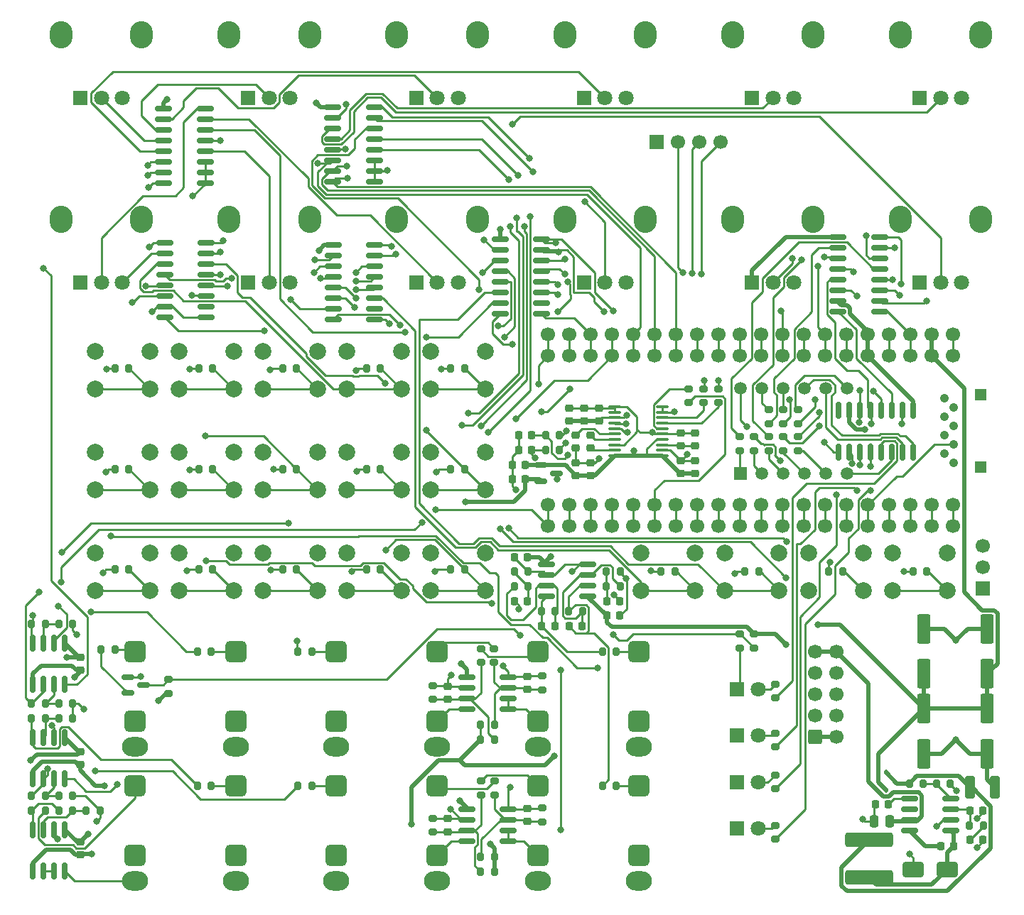
<source format=gbr>
%TF.GenerationSoftware,KiCad,Pcbnew,9.0.1*%
%TF.CreationDate,2025-08-04T13:54:25+01:00*%
%TF.ProjectId,dk2_06,646b325f-3036-42e6-9b69-6361645f7063,rev?*%
%TF.SameCoordinates,Original*%
%TF.FileFunction,Copper,L4,Bot*%
%TF.FilePolarity,Positive*%
%FSLAX46Y46*%
G04 Gerber Fmt 4.6, Leading zero omitted, Abs format (unit mm)*
G04 Created by KiCad (PCBNEW 9.0.1) date 2025-08-04 13:54:25*
%MOMM*%
%LPD*%
G01*
G04 APERTURE LIST*
G04 Aperture macros list*
%AMRoundRect*
0 Rectangle with rounded corners*
0 $1 Rounding radius*
0 $2 $3 $4 $5 $6 $7 $8 $9 X,Y pos of 4 corners*
0 Add a 4 corners polygon primitive as box body*
4,1,4,$2,$3,$4,$5,$6,$7,$8,$9,$2,$3,0*
0 Add four circle primitives for the rounded corners*
1,1,$1+$1,$2,$3*
1,1,$1+$1,$4,$5*
1,1,$1+$1,$6,$7*
1,1,$1+$1,$8,$9*
0 Add four rect primitives between the rounded corners*
20,1,$1+$1,$2,$3,$4,$5,0*
20,1,$1+$1,$4,$5,$6,$7,0*
20,1,$1+$1,$6,$7,$8,$9,0*
20,1,$1+$1,$8,$9,$2,$3,0*%
G04 Aperture macros list end*
%TA.AperFunction,ComponentPad*%
%ADD10C,2.000000*%
%TD*%
%TA.AperFunction,ComponentPad*%
%ADD11O,3.100000X2.300000*%
%TD*%
%TA.AperFunction,ComponentPad*%
%ADD12RoundRect,0.650000X-0.650000X-0.650000X0.650000X-0.650000X0.650000X0.650000X-0.650000X0.650000X0*%
%TD*%
%TA.AperFunction,ComponentPad*%
%ADD13R,1.500000X1.500000*%
%TD*%
%TA.AperFunction,ComponentPad*%
%ADD14C,1.500000*%
%TD*%
%TA.AperFunction,ComponentPad*%
%ADD15C,1.050000*%
%TD*%
%TA.AperFunction,ComponentPad*%
%ADD16R,1.350000X1.350000*%
%TD*%
%TA.AperFunction,ComponentPad*%
%ADD17R,1.800000X1.800000*%
%TD*%
%TA.AperFunction,ComponentPad*%
%ADD18C,1.800000*%
%TD*%
%TA.AperFunction,SMDPad,CuDef*%
%ADD19RoundRect,0.200000X0.200000X0.275000X-0.200000X0.275000X-0.200000X-0.275000X0.200000X-0.275000X0*%
%TD*%
%TA.AperFunction,SMDPad,CuDef*%
%ADD20RoundRect,0.150000X-0.587500X-0.150000X0.587500X-0.150000X0.587500X0.150000X-0.587500X0.150000X0*%
%TD*%
%TA.AperFunction,SMDPad,CuDef*%
%ADD21RoundRect,0.225000X0.250000X-0.225000X0.250000X0.225000X-0.250000X0.225000X-0.250000X-0.225000X0*%
%TD*%
%TA.AperFunction,SMDPad,CuDef*%
%ADD22RoundRect,0.225000X0.225000X0.250000X-0.225000X0.250000X-0.225000X-0.250000X0.225000X-0.250000X0*%
%TD*%
%TA.AperFunction,SMDPad,CuDef*%
%ADD23RoundRect,0.200000X-0.200000X-0.275000X0.200000X-0.275000X0.200000X0.275000X-0.200000X0.275000X0*%
%TD*%
%TA.AperFunction,SMDPad,CuDef*%
%ADD24RoundRect,0.200000X-0.275000X0.200000X-0.275000X-0.200000X0.275000X-0.200000X0.275000X0.200000X0*%
%TD*%
%TA.AperFunction,SMDPad,CuDef*%
%ADD25RoundRect,0.250000X-0.550000X1.500000X-0.550000X-1.500000X0.550000X-1.500000X0.550000X1.500000X0*%
%TD*%
%TA.AperFunction,SMDPad,CuDef*%
%ADD26RoundRect,0.150000X-0.150000X0.825000X-0.150000X-0.825000X0.150000X-0.825000X0.150000X0.825000X0*%
%TD*%
%TA.AperFunction,SMDPad,CuDef*%
%ADD27RoundRect,0.225000X-0.225000X-0.250000X0.225000X-0.250000X0.225000X0.250000X-0.225000X0.250000X0*%
%TD*%
%TA.AperFunction,SMDPad,CuDef*%
%ADD28RoundRect,0.200000X0.275000X-0.200000X0.275000X0.200000X-0.275000X0.200000X-0.275000X-0.200000X0*%
%TD*%
%TA.AperFunction,SMDPad,CuDef*%
%ADD29RoundRect,0.225000X-0.250000X0.225000X-0.250000X-0.225000X0.250000X-0.225000X0.250000X0.225000X0*%
%TD*%
%TA.AperFunction,SMDPad,CuDef*%
%ADD30RoundRect,0.250000X-0.325000X-1.100000X0.325000X-1.100000X0.325000X1.100000X-0.325000X1.100000X0*%
%TD*%
%TA.AperFunction,SMDPad,CuDef*%
%ADD31RoundRect,0.150000X0.825000X0.150000X-0.825000X0.150000X-0.825000X-0.150000X0.825000X-0.150000X0*%
%TD*%
%TA.AperFunction,SMDPad,CuDef*%
%ADD32RoundRect,0.250000X0.550000X-1.500000X0.550000X1.500000X-0.550000X1.500000X-0.550000X-1.500000X0*%
%TD*%
%TA.AperFunction,SMDPad,CuDef*%
%ADD33RoundRect,0.100000X-0.637500X-0.100000X0.637500X-0.100000X0.637500X0.100000X-0.637500X0.100000X0*%
%TD*%
%TA.AperFunction,SMDPad,CuDef*%
%ADD34RoundRect,0.112500X0.112500X-0.187500X0.112500X0.187500X-0.112500X0.187500X-0.112500X-0.187500X0*%
%TD*%
%TA.AperFunction,SMDPad,CuDef*%
%ADD35RoundRect,0.150000X0.150000X-0.825000X0.150000X0.825000X-0.150000X0.825000X-0.150000X-0.825000X0*%
%TD*%
%TA.AperFunction,SMDPad,CuDef*%
%ADD36RoundRect,0.150000X-0.825000X-0.150000X0.825000X-0.150000X0.825000X0.150000X-0.825000X0.150000X0*%
%TD*%
%TA.AperFunction,ComponentPad*%
%ADD37R,1.700000X1.700000*%
%TD*%
%TA.AperFunction,ComponentPad*%
%ADD38C,1.700000*%
%TD*%
%TA.AperFunction,SMDPad,CuDef*%
%ADD39RoundRect,0.250000X0.250000X0.475000X-0.250000X0.475000X-0.250000X-0.475000X0.250000X-0.475000X0*%
%TD*%
%TA.AperFunction,ComponentPad*%
%ADD40RoundRect,0.250000X-0.600000X-0.600000X0.600000X-0.600000X0.600000X0.600000X-0.600000X0.600000X0*%
%TD*%
%TA.AperFunction,SMDPad,CuDef*%
%ADD41RoundRect,0.250000X1.000000X0.650000X-1.000000X0.650000X-1.000000X-0.650000X1.000000X-0.650000X0*%
%TD*%
%TA.AperFunction,SMDPad,CuDef*%
%ADD42RoundRect,0.250000X2.600000X-0.600000X2.600000X0.600000X-2.600000X0.600000X-2.600000X-0.600000X0*%
%TD*%
%TA.AperFunction,ComponentPad*%
%ADD43O,2.720000X3.240000*%
%TD*%
%TA.AperFunction,ViaPad*%
%ADD44C,0.800000*%
%TD*%
%TA.AperFunction,Conductor*%
%ADD45C,0.250000*%
%TD*%
%TA.AperFunction,Conductor*%
%ADD46C,0.500000*%
%TD*%
G04 APERTURE END LIST*
D10*
%TO.P,SW10,1,1*%
%TO.N,+3.3V*%
X119250000Y-95250000D03*
X125750000Y-95250000D03*
%TO.P,SW10,2,2*%
%TO.N,Net-(U5-D1)*%
X119250000Y-99750000D03*
X125750000Y-99750000D03*
%TD*%
%TO.P,SW8,1,1*%
%TO.N,+3.3V*%
X99250000Y-95250000D03*
X105750000Y-95250000D03*
%TO.P,SW8,2,2*%
%TO.N,Net-(U4-D7)*%
X99250000Y-99750000D03*
X105750000Y-99750000D03*
%TD*%
D11*
%TO.P,J1,S*%
%TO.N,GND*%
X96000000Y-130400000D03*
D12*
%TO.P,J1,T*%
%TO.N,TRIGGER_OUT_1_EURO*%
X96000000Y-119000000D03*
%TO.P,J1,TN*%
%TO.N,unconnected-(J1-PadTN)*%
X96000000Y-127300000D03*
%TD*%
D11*
%TO.P,J12,S*%
%TO.N,GND*%
X132000000Y-130400000D03*
D12*
%TO.P,J12,T*%
%TO.N,Net-(J12-PadT)*%
X132000000Y-119000000D03*
%TO.P,J12,TN*%
%TO.N,GND*%
X132000000Y-127300000D03*
%TD*%
D11*
%TO.P,J11,S*%
%TO.N,GND*%
X120000000Y-130400000D03*
D12*
%TO.P,J11,T*%
%TO.N,Net-(J11-PadT)*%
X120000000Y-119000000D03*
%TO.P,J11,TN*%
%TO.N,GND*%
X120000000Y-127300000D03*
%TD*%
D10*
%TO.P,SW19,1,1*%
%TO.N,+3.3V*%
X174250000Y-107250000D03*
X180750000Y-107250000D03*
%TO.P,SW19,2,2*%
%TO.N,Net-(U10-D2)*%
X174250000Y-111750000D03*
X180750000Y-111750000D03*
%TD*%
D11*
%TO.P,J9,S*%
%TO.N,GND*%
X144000000Y-146400000D03*
D12*
%TO.P,J9,T*%
%TO.N,EURO_OUT_2*%
X144000000Y-135000000D03*
%TO.P,J9,TN*%
%TO.N,unconnected-(J9-PadTN)*%
X144000000Y-143300000D03*
%TD*%
D10*
%TO.P,SW3,1,1*%
%TO.N,+3.3V*%
X99250000Y-83250000D03*
X105750000Y-83250000D03*
%TO.P,SW3,2,2*%
%TO.N,Net-(U4-D2)*%
X99250000Y-87750000D03*
X105750000Y-87750000D03*
%TD*%
D11*
%TO.P,J3,S*%
%TO.N,GND*%
X84000000Y-130400000D03*
D12*
%TO.P,J3,T*%
%TO.N,SYNC_IN_EURO*%
X84000000Y-119000000D03*
%TO.P,J3,TN*%
%TO.N,unconnected-(J3-PadTN)*%
X84000000Y-127300000D03*
%TD*%
D10*
%TO.P,SW9,1,1*%
%TO.N,+3.3V*%
X109250000Y-95250000D03*
X115750000Y-95250000D03*
%TO.P,SW9,2,2*%
%TO.N,Net-(U5-D0)*%
X109250000Y-99750000D03*
X115750000Y-99750000D03*
%TD*%
D11*
%TO.P,J13,S*%
%TO.N,GND*%
X120000000Y-146400000D03*
D12*
%TO.P,J13,T*%
%TO.N,Net-(J13-PadT)*%
X120000000Y-135000000D03*
%TO.P,J13,TN*%
%TO.N,GND*%
X120000000Y-143300000D03*
%TD*%
D11*
%TO.P,J14,S*%
%TO.N,GND*%
X132000000Y-146400000D03*
D12*
%TO.P,J14,T*%
%TO.N,Net-(J14-PadT)*%
X132000000Y-135000000D03*
%TO.P,J14,TN*%
%TO.N,GND*%
X132000000Y-143300000D03*
%TD*%
D10*
%TO.P,SW6,1,1*%
%TO.N,+3.3V*%
X79250000Y-95250000D03*
X85750000Y-95250000D03*
%TO.P,SW6,2,2*%
%TO.N,Net-(U4-D5)*%
X79250000Y-99750000D03*
X85750000Y-99750000D03*
%TD*%
%TO.P,SW17,1,1*%
%TO.N,+3.3V*%
X154250000Y-107250000D03*
X160750000Y-107250000D03*
%TO.P,SW17,2,2*%
%TO.N,Net-(U10-D0)*%
X154250000Y-111750000D03*
X160750000Y-111750000D03*
%TD*%
%TO.P,SW1,1,1*%
%TO.N,+3.3V*%
X79250000Y-83250000D03*
X85750000Y-83250000D03*
%TO.P,SW1,2,2*%
%TO.N,Net-(U4-D0)*%
X79250000Y-87750000D03*
X85750000Y-87750000D03*
%TD*%
D13*
%TO.P,U3,1,e*%
%TO.N,Net-(U3-e)*%
X156150000Y-97810000D03*
D14*
%TO.P,U3,2,d*%
%TO.N,Net-(U3-d)*%
X158690000Y-97810000D03*
%TO.P,U3,3,DPX*%
%TO.N,Net-(U3-DPX)*%
X161230000Y-97810000D03*
%TO.P,U3,4,c*%
%TO.N,Net-(U3-c)*%
X163770000Y-97810000D03*
%TO.P,U3,5,g*%
%TO.N,Net-(U3-g)*%
X166310000Y-97810000D03*
%TO.P,U3,6,CA4*%
%TO.N,Net-(U2-QD)*%
X168850000Y-97810000D03*
%TO.P,U3,7,b*%
%TO.N,Net-(U3-b)*%
X168850000Y-87650000D03*
%TO.P,U3,8,CA3*%
%TO.N,Net-(U2-QC)*%
X166310000Y-87650000D03*
%TO.P,U3,9,CA2*%
%TO.N,Net-(U2-QB)*%
X163770000Y-87650000D03*
%TO.P,U3,10,f*%
%TO.N,Net-(U3-f)*%
X161230000Y-87650000D03*
%TO.P,U3,11,a*%
%TO.N,Net-(U3-a)*%
X158690000Y-87650000D03*
%TO.P,U3,12,CA1*%
%TO.N,Net-(U2-QA)*%
X156150000Y-87650000D03*
%TD*%
D15*
%TO.P,J5,1,DAT2*%
%TO.N,unconnected-(J5-DAT2-Pad1)*%
X181550000Y-96550000D03*
%TO.P,J5,2,DAT3/CD*%
%TO.N,SD_CHIP_SELECT*%
X180450000Y-95450000D03*
%TO.P,J5,3,CMD*%
%TO.N,SD_SERIAL_IN*%
X181550000Y-94350000D03*
%TO.P,J5,4,VDD*%
%TO.N,+3.3V*%
X180450000Y-93250000D03*
%TO.P,J5,5,CLK*%
%TO.N,SD_CLOCK*%
X181550000Y-92150000D03*
%TO.P,J5,6,VSS*%
%TO.N,GND*%
X180450000Y-91050000D03*
%TO.P,J5,7,DAT0*%
%TO.N,SD_SERIAL_OUT*%
X181550000Y-89950000D03*
%TO.P,J5,8,DAT1*%
%TO.N,unconnected-(J5-DAT1-Pad8)*%
X180450000Y-88850000D03*
D16*
%TO.P,J5,9,SHIELD*%
%TO.N,GND*%
X184720000Y-97000000D03*
X184720000Y-88400000D03*
%TD*%
D17*
%TO.P,D3,1,K*%
%TO.N,GND*%
X155725000Y-134600000D03*
D18*
%TO.P,D3,2,A*%
%TO.N,Net-(D3-A)*%
X158265000Y-134600000D03*
%TD*%
D11*
%TO.P,J6,S*%
%TO.N,GND*%
X96000000Y-146400000D03*
D12*
%TO.P,J6,T*%
%TO.N,TRIGGER_OUT_3_EURO*%
X96000000Y-135000000D03*
%TO.P,J6,TN*%
%TO.N,unconnected-(J6-PadTN)*%
X96000000Y-143300000D03*
%TD*%
D10*
%TO.P,SW15,1,1*%
%TO.N,+3.3V*%
X119250000Y-107250000D03*
X125750000Y-107250000D03*
%TO.P,SW15,2,2*%
%TO.N,Net-(U5-D6)*%
X119250000Y-111750000D03*
X125750000Y-111750000D03*
%TD*%
%TO.P,SW13,1,1*%
%TO.N,+3.3V*%
X99250000Y-107250000D03*
X105750000Y-107250000D03*
%TO.P,SW13,2,2*%
%TO.N,Net-(U5-D4)*%
X99250000Y-111750000D03*
X105750000Y-111750000D03*
%TD*%
%TO.P,SW18,1,1*%
%TO.N,+3.3V*%
X164250000Y-107250000D03*
X170750000Y-107250000D03*
%TO.P,SW18,2,2*%
%TO.N,Net-(U10-D1)*%
X164250000Y-111750000D03*
X170750000Y-111750000D03*
%TD*%
%TO.P,SW11,1,1*%
%TO.N,+3.3V*%
X79250000Y-107250000D03*
X85750000Y-107250000D03*
%TO.P,SW11,2,2*%
%TO.N,Net-(U5-D2)*%
X79250000Y-111750000D03*
X85750000Y-111750000D03*
%TD*%
%TO.P,SW2,1,1*%
%TO.N,+3.3V*%
X89250000Y-83250000D03*
X95750000Y-83250000D03*
%TO.P,SW2,2,2*%
%TO.N,Net-(U4-D1)*%
X89250000Y-87750000D03*
X95750000Y-87750000D03*
%TD*%
%TO.P,SW7,1,1*%
%TO.N,+3.3V*%
X89250000Y-95250000D03*
X95750000Y-95250000D03*
%TO.P,SW7,2,2*%
%TO.N,Net-(U4-D6)*%
X89250000Y-99750000D03*
X95750000Y-99750000D03*
%TD*%
D17*
%TO.P,D2,1,K*%
%TO.N,GND*%
X155725000Y-129050000D03*
D18*
%TO.P,D2,2,A*%
%TO.N,Net-(D2-A)*%
X158265000Y-129050000D03*
%TD*%
D17*
%TO.P,D1,1,K*%
%TO.N,GND*%
X155725000Y-123500000D03*
D18*
%TO.P,D1,2,A*%
%TO.N,Net-(D1-A)*%
X158265000Y-123500000D03*
%TD*%
D11*
%TO.P,J4,S*%
%TO.N,GND*%
X144000000Y-130400000D03*
D12*
%TO.P,J4,T*%
%TO.N,EURO_OUT_1*%
X144000000Y-119000000D03*
%TO.P,J4,TN*%
%TO.N,unconnected-(J4-PadTN)*%
X144000000Y-127300000D03*
%TD*%
D10*
%TO.P,SW12,1,1*%
%TO.N,+3.3V*%
X89250000Y-107250000D03*
X95750000Y-107250000D03*
%TO.P,SW12,2,2*%
%TO.N,Net-(U5-D3)*%
X89250000Y-111750000D03*
X95750000Y-111750000D03*
%TD*%
D17*
%TO.P,D4,1,K*%
%TO.N,GND*%
X155725000Y-140150000D03*
D18*
%TO.P,D4,2,A*%
%TO.N,Net-(D4-A)*%
X158265000Y-140150000D03*
%TD*%
D10*
%TO.P,SW4,1,1*%
%TO.N,+3.3V*%
X109250000Y-83250000D03*
X115750000Y-83250000D03*
%TO.P,SW4,2,2*%
%TO.N,Net-(U4-D3)*%
X109250000Y-87750000D03*
X115750000Y-87750000D03*
%TD*%
D11*
%TO.P,J7,S*%
%TO.N,GND*%
X108000000Y-146400000D03*
D12*
%TO.P,J7,T*%
%TO.N,TRIGGER_OUT_4_EURO*%
X108000000Y-135000000D03*
%TO.P,J7,TN*%
%TO.N,unconnected-(J7-PadTN)*%
X108000000Y-143300000D03*
%TD*%
D11*
%TO.P,J2,S*%
%TO.N,GND*%
X108000000Y-130400000D03*
D12*
%TO.P,J2,T*%
%TO.N,TRIGGER_OUT_2_EURO*%
X108000000Y-119000000D03*
%TO.P,J2,TN*%
%TO.N,unconnected-(J2-PadTN)*%
X108000000Y-127300000D03*
%TD*%
D10*
%TO.P,SW5,1,1*%
%TO.N,+3.3V*%
X119250000Y-83250000D03*
X125750000Y-83250000D03*
%TO.P,SW5,2,2*%
%TO.N,Net-(U4-D4)*%
X119250000Y-87750000D03*
X125750000Y-87750000D03*
%TD*%
%TO.P,SW16,1,1*%
%TO.N,+3.3V*%
X144250000Y-107250000D03*
X150750000Y-107250000D03*
%TO.P,SW16,2,2*%
%TO.N,Net-(U5-D7)*%
X144250000Y-111750000D03*
X150750000Y-111750000D03*
%TD*%
D11*
%TO.P,J8,S*%
%TO.N,GND*%
X84000000Y-146400000D03*
D12*
%TO.P,J8,T*%
%TO.N,SYNC_OUT_EURO*%
X84000000Y-135000000D03*
%TO.P,J8,TN*%
%TO.N,unconnected-(J8-PadTN)*%
X84000000Y-143300000D03*
%TD*%
D10*
%TO.P,SW14,1,1*%
%TO.N,+3.3V*%
X109250000Y-107250000D03*
X115750000Y-107250000D03*
%TO.P,SW14,2,2*%
%TO.N,Net-(U5-D5)*%
X109250000Y-111750000D03*
X115750000Y-111750000D03*
%TD*%
D19*
%TO.P,R23,1*%
%TO.N,Net-(U5-D2)*%
X83250000Y-109250000D03*
%TO.P,R23,2*%
%TO.N,GND*%
X81600000Y-109250000D03*
%TD*%
%TO.P,R27,1*%
%TO.N,Net-(U5-D6)*%
X123250000Y-109250000D03*
%TO.P,R27,2*%
%TO.N,GND*%
X121600000Y-109250000D03*
%TD*%
D20*
%TO.P,U11,1,VI*%
%TO.N,+5V*%
X132375000Y-98700000D03*
%TO.P,U11,2,VO*%
%TO.N,+3.3VDAC*%
X132375000Y-96800000D03*
%TO.P,U11,3,GND*%
%TO.N,GND*%
X134250000Y-97750000D03*
%TD*%
D21*
%TO.P,C31,1*%
%TO.N,Net-(U14-LDOO)*%
X149000000Y-94525000D03*
%TO.P,C31,2*%
%TO.N,GND*%
X149000000Y-92975000D03*
%TD*%
D22*
%TO.P,C7,1*%
%TO.N,Net-(D5-K)*%
X181525000Y-142250000D03*
%TO.P,C7,2*%
%TO.N,Net-(U12-BOOT)*%
X179975000Y-142250000D03*
%TD*%
D23*
%TO.P,R29,1*%
%TO.N,-12V*%
X125175000Y-127750000D03*
%TO.P,R29,2*%
%TO.N,Net-(U7A--)*%
X126825000Y-127750000D03*
%TD*%
%TO.P,R72,1*%
%TO.N,Net-(R72-Pad1)*%
X71675000Y-136250000D03*
%TO.P,R72,2*%
%TO.N,Net-(U16B--)*%
X73325000Y-136250000D03*
%TD*%
D24*
%TO.P,R1,1*%
%TO.N,Net-(D1-A)*%
X160250000Y-122925000D03*
%TO.P,R1,2*%
%TO.N,Net-(U2-QE)*%
X160250000Y-124575000D03*
%TD*%
D19*
%TO.P,R22,1*%
%TO.N,Net-(U5-D1)*%
X123250000Y-97250000D03*
%TO.P,R22,2*%
%TO.N,GND*%
X121600000Y-97250000D03*
%TD*%
D21*
%TO.P,C36,1*%
%TO.N,+12V*%
X77500000Y-121275000D03*
%TO.P,C36,2*%
%TO.N,-12V*%
X77500000Y-119725000D03*
%TD*%
D19*
%TO.P,R61,1*%
%TO.N,Net-(U14-OUTR)*%
X134575000Y-93250000D03*
%TO.P,R61,2*%
%TO.N,LINE_OUT_R*%
X132925000Y-93250000D03*
%TD*%
%TO.P,R17,1*%
%TO.N,Net-(U4-D4)*%
X123250000Y-85250000D03*
%TO.P,R17,2*%
%TO.N,GND*%
X121600000Y-85250000D03*
%TD*%
D23*
%TO.P,R64,1*%
%TO.N,Net-(U15B--)*%
X74925000Y-125250000D03*
%TO.P,R64,2*%
%TO.N,GND*%
X76575000Y-125250000D03*
%TD*%
D19*
%TO.P,R18,1*%
%TO.N,Net-(U4-D5)*%
X83250000Y-97250000D03*
%TO.P,R18,2*%
%TO.N,GND*%
X81600000Y-97250000D03*
%TD*%
D23*
%TO.P,R75,1*%
%TO.N,Net-(R73-Pad1)*%
X91425000Y-135000000D03*
%TO.P,R75,2*%
%TO.N,TRIGGER_OUT_3_EURO*%
X93075000Y-135000000D03*
%TD*%
D25*
%TO.P,C14,1*%
%TO.N,+5V*%
X178000000Y-125800000D03*
%TO.P,C14,2*%
%TO.N,GND*%
X178000000Y-131200000D03*
%TD*%
D23*
%TO.P,R76,1*%
%TO.N,Net-(U17A--)*%
X78175000Y-138000000D03*
%TO.P,R76,2*%
%TO.N,GND*%
X79825000Y-138000000D03*
%TD*%
D22*
%TO.P,C8,1*%
%TO.N,Net-(U12-SS)*%
X173775000Y-137250000D03*
%TO.P,C8,2*%
%TO.N,GND*%
X172225000Y-137250000D03*
%TD*%
D26*
%TO.P,U17,1*%
%TO.N,Net-(R77-Pad1)*%
X71845000Y-140275000D03*
%TO.P,U17,2,-*%
%TO.N,Net-(U17A--)*%
X73115000Y-140275000D03*
%TO.P,U17,3,+*%
%TO.N,SYNC_OUT*%
X74385000Y-140275000D03*
%TO.P,U17,4,V-*%
%TO.N,-12V*%
X75655000Y-140275000D03*
%TO.P,U17,5,+*%
%TO.N,GND*%
X75655000Y-145225000D03*
%TO.P,U17,6,-*%
%TO.N,Net-(U17B--)*%
X74385000Y-145225000D03*
%TO.P,U17,7*%
X73115000Y-145225000D03*
%TO.P,U17,8,V+*%
%TO.N,+12V*%
X71845000Y-145225000D03*
%TD*%
D23*
%TO.P,R65,1*%
%TO.N,Net-(U15A--)*%
X74925000Y-115750000D03*
%TO.P,R65,2*%
%TO.N,GND*%
X76575000Y-115750000D03*
%TD*%
D19*
%TO.P,R43,1*%
%TO.N,Net-(U10-D0)*%
X158325000Y-109500000D03*
%TO.P,R43,2*%
%TO.N,GND*%
X156675000Y-109500000D03*
%TD*%
D27*
%TO.P,C10,1*%
%TO.N,Net-(C10-Pad1)*%
X183475000Y-141500000D03*
%TO.P,C10,2*%
%TO.N,GND*%
X185025000Y-141500000D03*
%TD*%
D28*
%TO.P,R11,1*%
%TO.N,Net-(U3-d)*%
X157750000Y-95075000D03*
%TO.P,R11,2*%
%TO.N,Net-(U1-QD)*%
X157750000Y-93425000D03*
%TD*%
D29*
%TO.P,C27,1*%
%TO.N,Net-(U14-VNEG)*%
X136500000Y-93225000D03*
%TO.P,C27,2*%
%TO.N,GND*%
X136500000Y-94775000D03*
%TD*%
D21*
%TO.P,C25,1*%
%TO.N,+3.3VDAC*%
X135750000Y-91525000D03*
%TO.P,C25,2*%
%TO.N,GND*%
X135750000Y-89975000D03*
%TD*%
D19*
%TO.P,R35,1*%
%TO.N,-12V*%
X126825000Y-143500000D03*
%TO.P,R35,2*%
%TO.N,Net-(U8A--)*%
X125175000Y-143500000D03*
%TD*%
D24*
%TO.P,R9,1*%
%TO.N,Net-(U3-b)*%
X163000000Y-90175000D03*
%TO.P,R9,2*%
%TO.N,Net-(U1-QB)*%
X163000000Y-91825000D03*
%TD*%
D22*
%TO.P,C5,1*%
%TO.N,+5V*%
X130525000Y-98500000D03*
%TO.P,C5,2*%
%TO.N,GND*%
X128975000Y-98500000D03*
%TD*%
D27*
%TO.P,C19,1*%
%TO.N,+12V*%
X140225000Y-114750000D03*
%TO.P,C19,2*%
%TO.N,GND*%
X141775000Y-114750000D03*
%TD*%
D28*
%TO.P,R5,1*%
%TO.N,Net-(U3-e)*%
X156090000Y-95075000D03*
%TO.P,R5,2*%
%TO.N,Net-(U1-QE)*%
X156090000Y-93425000D03*
%TD*%
D30*
%TO.P,C12,1*%
%TO.N,Net-(D6-A)*%
X183525000Y-135250000D03*
%TO.P,C12,2*%
%TO.N,GND*%
X186475000Y-135250000D03*
%TD*%
D19*
%TO.P,R26,1*%
%TO.N,Net-(U5-D5)*%
X113250000Y-109250000D03*
%TO.P,R26,2*%
%TO.N,GND*%
X111600000Y-109250000D03*
%TD*%
%TO.P,R44,1*%
%TO.N,Net-(U10-D1)*%
X168325000Y-109500000D03*
%TO.P,R44,2*%
%TO.N,GND*%
X166675000Y-109500000D03*
%TD*%
D31*
%TO.P,U6,1,A4*%
%TO.N,Net-(U6-A4)*%
X92375000Y-54255000D03*
%TO.P,U6,2,A6*%
%TO.N,Net-(U6-A6)*%
X92375000Y-55525000D03*
%TO.P,U6,3,A*%
%TO.N,4051_READING_0*%
X92375000Y-56795000D03*
%TO.P,U6,4,A7*%
%TO.N,Net-(U6-A7)*%
X92375000Y-58065000D03*
%TO.P,U6,5,A5*%
%TO.N,Net-(U6-A5)*%
X92375000Y-59335000D03*
%TO.P,U6,6,~{E}*%
%TO.N,GND*%
X92375000Y-60605000D03*
%TO.P,U6,7,VEE*%
X92375000Y-61875000D03*
%TO.P,U6,8,GND*%
X92375000Y-63145000D03*
%TO.P,U6,9,S2*%
%TO.N,4051_ADDRESS_C*%
X87425000Y-63145000D03*
%TO.P,U6,10,S1*%
%TO.N,4051_ADDRESS_B*%
X87425000Y-61875000D03*
%TO.P,U6,11,S0*%
%TO.N,4051_ADDRESS_A*%
X87425000Y-60605000D03*
%TO.P,U6,12,A3*%
%TO.N,Net-(U6-A3)*%
X87425000Y-59335000D03*
%TO.P,U6,13,A0*%
%TO.N,Net-(U6-A0)*%
X87425000Y-58065000D03*
%TO.P,U6,14,A1*%
%TO.N,Net-(U6-A1)*%
X87425000Y-56795000D03*
%TO.P,U6,15,A2*%
%TO.N,Net-(U6-A2)*%
X87425000Y-55525000D03*
%TO.P,U6,16,VCC*%
%TO.N,+3.3V*%
X87425000Y-54255000D03*
%TD*%
D19*
%TO.P,R14,1*%
%TO.N,Net-(U4-D1)*%
X93250000Y-85250000D03*
%TO.P,R14,2*%
%TO.N,GND*%
X91600000Y-85250000D03*
%TD*%
D24*
%TO.P,R8,1*%
%TO.N,Net-(U3-a)*%
X159500000Y-90175000D03*
%TO.P,R8,2*%
%TO.N,Net-(U1-QA)*%
X159500000Y-91825000D03*
%TD*%
D31*
%TO.P,U1,1,QB*%
%TO.N,Net-(U1-QB)*%
X172725000Y-69555000D03*
%TO.P,U1,2,QC*%
%TO.N,Net-(U1-QC)*%
X172725000Y-70825000D03*
%TO.P,U1,3,QD*%
%TO.N,Net-(U1-QD)*%
X172725000Y-72095000D03*
%TO.P,U1,4,QE*%
%TO.N,Net-(U1-QE)*%
X172725000Y-73365000D03*
%TO.P,U1,5,QF*%
%TO.N,Net-(U1-QF)*%
X172725000Y-74635000D03*
%TO.P,U1,6,QG*%
%TO.N,Net-(U1-QG)*%
X172725000Y-75905000D03*
%TO.P,U1,7,QH*%
%TO.N,Net-(U1-QH)*%
X172725000Y-77175000D03*
%TO.P,U1,8,GND*%
%TO.N,GND*%
X172725000Y-78445000D03*
%TO.P,U1,9,QH'*%
%TO.N,Net-(U1-QH')*%
X167775000Y-78445000D03*
%TO.P,U1,10,~{SRCLR}*%
%TO.N,+3.3V*%
X167775000Y-77175000D03*
%TO.P,U1,11,SRCLK*%
%TO.N,595_CLOCK*%
X167775000Y-75905000D03*
%TO.P,U1,12,RCLK*%
%TO.N,595_LATCH*%
X167775000Y-74635000D03*
%TO.P,U1,13,~{OE}*%
%TO.N,GND*%
X167775000Y-73365000D03*
%TO.P,U1,14,SER*%
%TO.N,595_DATA*%
X167775000Y-72095000D03*
%TO.P,U1,15,QA*%
%TO.N,Net-(U1-QA)*%
X167775000Y-70825000D03*
%TO.P,U1,16,VCC*%
%TO.N,+3.3V*%
X167775000Y-69555000D03*
%TD*%
D22*
%TO.P,C35,1*%
%TO.N,LINE_OUT_R*%
X131275000Y-93250000D03*
%TO.P,C35,2*%
%TO.N,GND*%
X129725000Y-93250000D03*
%TD*%
D23*
%TO.P,R67,1*%
%TO.N,Net-(R67-Pad1)*%
X71675000Y-115750000D03*
%TO.P,R67,2*%
%TO.N,Net-(U15A--)*%
X73325000Y-115750000D03*
%TD*%
D24*
%TO.P,R30,1*%
%TO.N,Net-(J11-PadT)*%
X126800000Y-118675000D03*
%TO.P,R30,2*%
%TO.N,Net-(U7A--)*%
X126800000Y-120325000D03*
%TD*%
D19*
%TO.P,R15,1*%
%TO.N,Net-(U4-D2)*%
X103250000Y-85250000D03*
%TO.P,R15,2*%
%TO.N,GND*%
X101600000Y-85250000D03*
%TD*%
D24*
%TO.P,R36,1*%
%TO.N,Net-(J13-PadT)*%
X126850000Y-134475000D03*
%TO.P,R36,2*%
%TO.N,Net-(U8A--)*%
X126850000Y-136125000D03*
%TD*%
D19*
%TO.P,R21,1*%
%TO.N,Net-(U5-D0)*%
X113250000Y-97250000D03*
%TO.P,R21,2*%
%TO.N,GND*%
X111600000Y-97250000D03*
%TD*%
D32*
%TO.P,C16,1*%
%TO.N,+5V*%
X178000000Y-121700000D03*
%TO.P,C16,2*%
%TO.N,GND*%
X178000000Y-116300000D03*
%TD*%
D19*
%TO.P,R20,1*%
%TO.N,Net-(U4-D7)*%
X103250000Y-97250000D03*
%TO.P,R20,2*%
%TO.N,GND*%
X101600000Y-97250000D03*
%TD*%
D28*
%TO.P,R10,1*%
%TO.N,Net-(U3-c)*%
X161250000Y-95075000D03*
%TO.P,R10,2*%
%TO.N,Net-(U1-QC)*%
X161250000Y-93425000D03*
%TD*%
D19*
%TO.P,R13,1*%
%TO.N,Net-(U4-D0)*%
X83250000Y-85250000D03*
%TO.P,R13,2*%
%TO.N,GND*%
X81600000Y-85250000D03*
%TD*%
D26*
%TO.P,U15,1*%
%TO.N,Net-(R67-Pad1)*%
X71845000Y-118025000D03*
%TO.P,U15,2,-*%
%TO.N,Net-(U15A--)*%
X73115000Y-118025000D03*
%TO.P,U15,3,+*%
%TO.N,TRIGGER_OUT_1*%
X74385000Y-118025000D03*
%TO.P,U15,4,V-*%
%TO.N,-12V*%
X75655000Y-118025000D03*
%TO.P,U15,5,+*%
%TO.N,TRIGGER_OUT_2*%
X75655000Y-122975000D03*
%TO.P,U15,6,-*%
%TO.N,Net-(U15B--)*%
X74385000Y-122975000D03*
%TO.P,U15,7*%
%TO.N,Net-(R66-Pad1)*%
X73115000Y-122975000D03*
%TO.P,U15,8,V+*%
%TO.N,+12V*%
X71845000Y-122975000D03*
%TD*%
D22*
%TO.P,C22,1*%
%TO.N,Net-(U13B--)*%
X137275000Y-116000000D03*
%TO.P,C22,2*%
%TO.N,Net-(C22-Pad2)*%
X135725000Y-116000000D03*
%TD*%
D21*
%TO.P,C38,1*%
%TO.N,+12V*%
X77500000Y-143275000D03*
%TO.P,C38,2*%
%TO.N,-12V*%
X77500000Y-141725000D03*
%TD*%
D24*
%TO.P,R4,1*%
%TO.N,Net-(D4-A)*%
X160250000Y-139750000D03*
%TO.P,R4,2*%
%TO.N,Net-(U2-QH)*%
X160250000Y-141400000D03*
%TD*%
D33*
%TO.P,U14,1,CPVDD*%
%TO.N,+3.3VDAC*%
X141137500Y-95675000D03*
%TO.P,U14,2,CAPP*%
%TO.N,Net-(U14-CAPP)*%
X141137500Y-95025000D03*
%TO.P,U14,3,CPGND*%
%TO.N,GND*%
X141137500Y-94375000D03*
%TO.P,U14,4,CAPM*%
%TO.N,Net-(U14-CAPM)*%
X141137500Y-93725000D03*
%TO.P,U14,5,VNEG*%
%TO.N,Net-(U14-VNEG)*%
X141137500Y-93075000D03*
%TO.P,U14,6,OUTL*%
%TO.N,Net-(U14-OUTL)*%
X141137500Y-92425000D03*
%TO.P,U14,7,OUTR*%
%TO.N,Net-(U14-OUTR)*%
X141137500Y-91775000D03*
%TO.P,U14,8,AVDD*%
%TO.N,+3.3VDAC*%
X141137500Y-91125000D03*
%TO.P,U14,9,AGND*%
%TO.N,GND*%
X141137500Y-90475000D03*
%TO.P,U14,10,DEMP*%
X141137500Y-89825000D03*
%TO.P,U14,11,FLT*%
X146862500Y-89825000D03*
%TO.P,U14,12,SCK*%
X146862500Y-90475000D03*
%TO.P,U14,13,BCK*%
%TO.N,Net-(U14-BCK)*%
X146862500Y-91125000D03*
%TO.P,U14,14,DIN*%
%TO.N,Net-(U14-DIN)*%
X146862500Y-91775000D03*
%TO.P,U14,15,LRCK*%
%TO.N,Net-(U14-LRCK)*%
X146862500Y-92425000D03*
%TO.P,U14,16,FMT*%
%TO.N,GND*%
X146862500Y-93075000D03*
%TO.P,U14,17,XSMT*%
%TO.N,+3.3VDAC*%
X146862500Y-93725000D03*
%TO.P,U14,18,LDOO*%
%TO.N,Net-(U14-LDOO)*%
X146862500Y-94375000D03*
%TO.P,U14,19,DGND*%
%TO.N,GND*%
X146862500Y-95025000D03*
%TO.P,U14,20,DVDD*%
%TO.N,+3.3VDAC*%
X146862500Y-95675000D03*
%TD*%
D19*
%TO.P,R51,1*%
%TO.N,Net-(C17-Pad2)*%
X130825000Y-111250000D03*
%TO.P,R51,2*%
%TO.N,Net-(U13A--)*%
X129175000Y-111250000D03*
%TD*%
D23*
%TO.P,R68,1*%
%TO.N,Net-(R66-Pad1)*%
X103425000Y-119000000D03*
%TO.P,R68,2*%
%TO.N,TRIGGER_OUT_2_EURO*%
X105075000Y-119000000D03*
%TD*%
D21*
%TO.P,C28,1*%
%TO.N,+3.3VDAC*%
X149000000Y-97775000D03*
%TO.P,C28,2*%
%TO.N,GND*%
X149000000Y-96225000D03*
%TD*%
D28*
%TO.P,R59,1*%
%TO.N,DAC_LRC*%
X150000000Y-89325000D03*
%TO.P,R59,2*%
%TO.N,Net-(U14-LRCK)*%
X150000000Y-87675000D03*
%TD*%
D21*
%TO.P,C23,1*%
%TO.N,+3.3VDAC*%
X139250000Y-91525000D03*
%TO.P,C23,2*%
%TO.N,GND*%
X139250000Y-89975000D03*
%TD*%
%TO.P,C26,1*%
%TO.N,Net-(U14-CAPP)*%
X138250000Y-94775000D03*
%TO.P,C26,2*%
%TO.N,Net-(U14-CAPM)*%
X138250000Y-93225000D03*
%TD*%
D28*
%TO.P,R7,1*%
%TO.N,Net-(U3-DPX)*%
X159500000Y-95075000D03*
%TO.P,R7,2*%
%TO.N,Net-(U1-QH)*%
X159500000Y-93425000D03*
%TD*%
D21*
%TO.P,C4,1*%
%TO.N,Net-(U8B--)*%
X121250000Y-140525000D03*
%TO.P,C4,2*%
%TO.N,CV_IN_4*%
X121250000Y-138975000D03*
%TD*%
D19*
%TO.P,R16,1*%
%TO.N,Net-(U4-D3)*%
X113250000Y-85250000D03*
%TO.P,R16,2*%
%TO.N,GND*%
X111600000Y-85250000D03*
%TD*%
D27*
%TO.P,C11,1*%
%TO.N,Net-(U12-COMP)*%
X183475000Y-138000000D03*
%TO.P,C11,2*%
%TO.N,GND*%
X185025000Y-138000000D03*
%TD*%
D23*
%TO.P,R46,1*%
%TO.N,Net-(U12-COMP)*%
X183425000Y-139750000D03*
%TO.P,R46,2*%
%TO.N,Net-(C10-Pad1)*%
X185075000Y-139750000D03*
%TD*%
D19*
%TO.P,R60,1*%
%TO.N,Net-(U14-OUTL)*%
X134575000Y-95000000D03*
%TO.P,R60,2*%
%TO.N,LINE_OUT_L*%
X132925000Y-95000000D03*
%TD*%
D28*
%TO.P,R6,1*%
%TO.N,Net-(U3-g)*%
X163000000Y-95075000D03*
%TO.P,R6,2*%
%TO.N,Net-(U1-QG)*%
X163000000Y-93425000D03*
%TD*%
D23*
%TO.P,R78,1*%
%TO.N,Net-(R77-Pad1)*%
X71675000Y-138000000D03*
%TO.P,R78,2*%
%TO.N,SYNC_OUT_EURO*%
X73325000Y-138000000D03*
%TD*%
D34*
%TO.P,D6,1,K*%
%TO.N,+5V*%
X173500000Y-135550000D03*
%TO.P,D6,2,A*%
%TO.N,Net-(D6-A)*%
X173500000Y-133450000D03*
%TD*%
D23*
%TO.P,R69,1*%
%TO.N,Net-(R67-Pad1)*%
X91425000Y-119000000D03*
%TO.P,R69,2*%
%TO.N,TRIGGER_OUT_1_EURO*%
X93075000Y-119000000D03*
%TD*%
D22*
%TO.P,C21,1*%
%TO.N,Net-(U13A--)*%
X134025000Y-116000000D03*
%TO.P,C21,2*%
%TO.N,Net-(C21-Pad2)*%
X132475000Y-116000000D03*
%TD*%
D21*
%TO.P,C24,1*%
%TO.N,+3.3VDAC*%
X137500000Y-91525000D03*
%TO.P,C24,2*%
%TO.N,GND*%
X137500000Y-89975000D03*
%TD*%
D19*
%TO.P,R53,1*%
%TO.N,Net-(U13A--)*%
X134075000Y-114250000D03*
%TO.P,R53,2*%
%TO.N,Net-(C21-Pad2)*%
X132425000Y-114250000D03*
%TD*%
D35*
%TO.P,U2,1,QB*%
%TO.N,Net-(U2-QB)*%
X176695000Y-95225000D03*
%TO.P,U2,2,QC*%
%TO.N,Net-(U2-QC)*%
X175425000Y-95225000D03*
%TO.P,U2,3,QD*%
%TO.N,Net-(U2-QD)*%
X174155000Y-95225000D03*
%TO.P,U2,4,QE*%
%TO.N,Net-(U2-QE)*%
X172885000Y-95225000D03*
%TO.P,U2,5,QF*%
%TO.N,Net-(U2-QF)*%
X171615000Y-95225000D03*
%TO.P,U2,6,QG*%
%TO.N,Net-(U2-QG)*%
X170345000Y-95225000D03*
%TO.P,U2,7,QH*%
%TO.N,Net-(U2-QH)*%
X169075000Y-95225000D03*
%TO.P,U2,8,GND*%
%TO.N,GND*%
X167805000Y-95225000D03*
%TO.P,U2,9,QH'*%
%TO.N,unconnected-(U2-QH&apos;-Pad9)*%
X167805000Y-90275000D03*
%TO.P,U2,10,~{SRCLR}*%
%TO.N,+3.3V*%
X169075000Y-90275000D03*
%TO.P,U2,11,SRCLK*%
%TO.N,595_CLOCK*%
X170345000Y-90275000D03*
%TO.P,U2,12,RCLK*%
%TO.N,595_LATCH*%
X171615000Y-90275000D03*
%TO.P,U2,13,~{OE}*%
%TO.N,GND*%
X172885000Y-90275000D03*
%TO.P,U2,14,SER*%
%TO.N,Net-(U1-QH')*%
X174155000Y-90275000D03*
%TO.P,U2,15,QA*%
%TO.N,Net-(U2-QA)*%
X175425000Y-90275000D03*
%TO.P,U2,16,VCC*%
%TO.N,+3.3V*%
X176695000Y-90275000D03*
%TD*%
D21*
%TO.P,C29,1*%
%TO.N,Net-(U14-LDOO)*%
X150750000Y-94525000D03*
%TO.P,C29,2*%
%TO.N,GND*%
X150750000Y-92975000D03*
%TD*%
D27*
%TO.P,C17,1*%
%TO.N,LINE_OUT_L*%
X129225000Y-113000000D03*
%TO.P,C17,2*%
%TO.N,Net-(C17-Pad2)*%
X130775000Y-113000000D03*
%TD*%
D28*
%TO.P,R42,1*%
%TO.N,GND*%
X156050000Y-118575000D03*
%TO.P,R42,2*%
%TO.N,12V DETECTION*%
X156050000Y-116925000D03*
%TD*%
D31*
%TO.P,U9,1,A4*%
%TO.N,CV_IN_1*%
X112500000Y-54080000D03*
%TO.P,U9,2,A6*%
%TO.N,CV_IN_3*%
X112500000Y-55350000D03*
%TO.P,U9,3,A*%
%TO.N,4051_READING_1*%
X112500000Y-56620000D03*
%TO.P,U9,4,A7*%
%TO.N,CV_IN_4*%
X112500000Y-57890000D03*
%TO.P,U9,5,A5*%
%TO.N,CV_IN_2*%
X112500000Y-59160000D03*
%TO.P,U9,6,~{E}*%
%TO.N,GND*%
X112500000Y-60430000D03*
%TO.P,U9,7,VEE*%
X112500000Y-61700000D03*
%TO.P,U9,8,GND*%
X112500000Y-62970000D03*
%TO.P,U9,9,S2*%
%TO.N,4051_ADDRESS_C*%
X107550000Y-62970000D03*
%TO.P,U9,10,S1*%
%TO.N,4051_ADDRESS_B*%
X107550000Y-61700000D03*
%TO.P,U9,11,S0*%
%TO.N,4051_ADDRESS_A*%
X107550000Y-60430000D03*
%TO.P,U9,12,A3*%
%TO.N,Net-(U9-A3)*%
X107550000Y-59160000D03*
%TO.P,U9,13,A0*%
%TO.N,Net-(U9-A0)*%
X107550000Y-57890000D03*
%TO.P,U9,14,A1*%
%TO.N,Net-(U9-A1)*%
X107550000Y-56620000D03*
%TO.P,U9,15,A2*%
%TO.N,Net-(U9-A2)*%
X107550000Y-55350000D03*
%TO.P,U9,16,VCC*%
%TO.N,+3.3V*%
X107550000Y-54080000D03*
%TD*%
D21*
%TO.P,C2,1*%
%TO.N,Net-(U7B--)*%
X121250000Y-124695000D03*
%TO.P,C2,2*%
%TO.N,CV_IN_2*%
X121250000Y-123145000D03*
%TD*%
D36*
%TO.P,U13,1*%
%TO.N,Net-(C21-Pad2)*%
X133025000Y-112405000D03*
%TO.P,U13,2,-*%
%TO.N,Net-(U13A--)*%
X133025000Y-111135000D03*
%TO.P,U13,3,+*%
%TO.N,GND*%
X133025000Y-109865000D03*
%TO.P,U13,4,V-*%
%TO.N,-12V*%
X133025000Y-108595000D03*
%TO.P,U13,5,+*%
%TO.N,GND*%
X137975000Y-108595000D03*
%TO.P,U13,6,-*%
%TO.N,Net-(U13B--)*%
X137975000Y-109865000D03*
%TO.P,U13,7*%
%TO.N,Net-(C22-Pad2)*%
X137975000Y-111135000D03*
%TO.P,U13,8,V+*%
%TO.N,+12V*%
X137975000Y-112405000D03*
%TD*%
D23*
%TO.P,R56,1*%
%TO.N,Net-(C22-Pad2)*%
X139675000Y-135000000D03*
%TO.P,R56,2*%
%TO.N,EURO_OUT_2*%
X141325000Y-135000000D03*
%TD*%
D24*
%TO.P,R2,1*%
%TO.N,Net-(D2-A)*%
X160250000Y-128750000D03*
%TO.P,R2,2*%
%TO.N,Net-(U2-QF)*%
X160250000Y-130400000D03*
%TD*%
D37*
%TO.P,J10,1,Pin_1*%
%TO.N,SERIAL_TX*%
X185000000Y-111540000D03*
D38*
%TO.P,J10,2,Pin_2*%
%TO.N,GND*%
X185000000Y-109000000D03*
%TO.P,J10,3,Pin_3*%
%TO.N,SERIAL_RX*%
X185000000Y-106460000D03*
%TD*%
D23*
%TO.P,R77,1*%
%TO.N,Net-(R77-Pad1)*%
X74925000Y-138000000D03*
%TO.P,R77,2*%
%TO.N,Net-(U17A--)*%
X76575000Y-138000000D03*
%TD*%
D20*
%TO.P,Q1,1,B*%
%TO.N,Net-(Q1-B)*%
X83125000Y-123950000D03*
%TO.P,Q1,2,E*%
%TO.N,GND*%
X83125000Y-122050000D03*
%TO.P,Q1,3,C*%
%TO.N,SYNC_IN*%
X85000000Y-123000000D03*
%TD*%
D23*
%TO.P,R52,1*%
%TO.N,Net-(C18-Pad2)*%
X140175000Y-111250000D03*
%TO.P,R52,2*%
%TO.N,Net-(U13B--)*%
X141825000Y-111250000D03*
%TD*%
D22*
%TO.P,C33,1*%
%TO.N,LINE_OUT_L*%
X131275000Y-95000000D03*
%TO.P,C33,2*%
%TO.N,GND*%
X129725000Y-95000000D03*
%TD*%
D32*
%TO.P,C15,1*%
%TO.N,+5V*%
X185500000Y-121700000D03*
%TO.P,C15,2*%
%TO.N,GND*%
X185500000Y-116300000D03*
%TD*%
D24*
%TO.P,R12,1*%
%TO.N,Net-(U3-f)*%
X161250000Y-90175000D03*
%TO.P,R12,2*%
%TO.N,Net-(U1-QF)*%
X161250000Y-91825000D03*
%TD*%
D39*
%TO.P,C6,1*%
%TO.N,+12V*%
X173950000Y-139250000D03*
%TO.P,C6,2*%
%TO.N,GND*%
X172050000Y-139250000D03*
%TD*%
D21*
%TO.P,C32,1*%
%TO.N,+3.3VDAC*%
X138250000Y-98025000D03*
%TO.P,C32,2*%
%TO.N,GND*%
X138250000Y-96475000D03*
%TD*%
D40*
%TO.P,J16,1,Pin_1*%
%TO.N,-12V*%
X165000000Y-129180000D03*
D38*
%TO.P,J16,2,Pin_2*%
X167540000Y-129180000D03*
%TO.P,J16,3,Pin_3*%
%TO.N,GND*%
X165000000Y-126640000D03*
%TO.P,J16,4,Pin_4*%
X167540000Y-126640000D03*
%TO.P,J16,5,Pin_5*%
X165000000Y-124100000D03*
%TO.P,J16,6,Pin_6*%
X167540000Y-124100000D03*
%TO.P,J16,7,Pin_7*%
X165000000Y-121560000D03*
%TO.P,J16,8,Pin_8*%
X167540000Y-121560000D03*
%TO.P,J16,9,Pin_9*%
%TO.N,+12V*%
X165000000Y-119020000D03*
%TO.P,J16,10,Pin_10*%
X167540000Y-119020000D03*
%TD*%
D31*
%TO.P,U5,1,~{PL}*%
%TO.N,165_LOAD*%
X112575000Y-70555000D03*
%TO.P,U5,2,CP*%
%TO.N,165_CLOCK*%
X112575000Y-71825000D03*
%TO.P,U5,3,D4*%
%TO.N,Net-(U5-D4)*%
X112575000Y-73095000D03*
%TO.P,U5,4,D5*%
%TO.N,Net-(U5-D5)*%
X112575000Y-74365000D03*
%TO.P,U5,5,D6*%
%TO.N,Net-(U5-D6)*%
X112575000Y-75635000D03*
%TO.P,U5,6,D7*%
%TO.N,Net-(U5-D7)*%
X112575000Y-76905000D03*
%TO.P,U5,7,~{Q7}*%
%TO.N,unconnected-(U5-~{Q7}-Pad7)*%
X112575000Y-78175000D03*
%TO.P,U5,8,GND*%
%TO.N,GND*%
X112575000Y-79445000D03*
%TO.P,U5,9,Q7*%
%TO.N,/Shift register in 2/DATA_OUT*%
X107625000Y-79445000D03*
%TO.P,U5,10,DS*%
%TO.N,/Shift register in 1/DATA_OUT*%
X107625000Y-78175000D03*
%TO.P,U5,11,D0*%
%TO.N,Net-(U5-D0)*%
X107625000Y-76905000D03*
%TO.P,U5,12,D1*%
%TO.N,Net-(U5-D1)*%
X107625000Y-75635000D03*
%TO.P,U5,13,D2*%
%TO.N,Net-(U5-D2)*%
X107625000Y-74365000D03*
%TO.P,U5,14,D3*%
%TO.N,Net-(U5-D3)*%
X107625000Y-73095000D03*
%TO.P,U5,15,~{CE}*%
%TO.N,GND*%
X107625000Y-71825000D03*
%TO.P,U5,16,VCC*%
%TO.N,+3.3V*%
X107625000Y-70555000D03*
%TD*%
D21*
%TO.P,C1,1*%
%TO.N,Net-(U7A--)*%
X130750000Y-123525000D03*
%TO.P,C1,2*%
%TO.N,CV_IN_1*%
X130750000Y-121975000D03*
%TD*%
D25*
%TO.P,C13,1*%
%TO.N,+5V*%
X185500000Y-125800000D03*
%TO.P,C13,2*%
%TO.N,GND*%
X185500000Y-131200000D03*
%TD*%
D19*
%TO.P,R28,1*%
%TO.N,Net-(U5-D7)*%
X148325000Y-109500000D03*
%TO.P,R28,2*%
%TO.N,GND*%
X146675000Y-109500000D03*
%TD*%
D28*
%TO.P,R34,1*%
%TO.N,Net-(U7B--)*%
X119500000Y-124745000D03*
%TO.P,R34,2*%
%TO.N,CV_IN_2*%
X119500000Y-123095000D03*
%TD*%
%TO.P,R33,1*%
%TO.N,Net-(U7A--)*%
X132500000Y-123575000D03*
%TO.P,R33,2*%
%TO.N,CV_IN_1*%
X132500000Y-121925000D03*
%TD*%
D36*
%TO.P,U12,1,BOOT*%
%TO.N,Net-(U12-BOOT)*%
X176275000Y-140405000D03*
%TO.P,U12,2,VIN*%
%TO.N,+12V*%
X176275000Y-139135000D03*
%TO.P,U12,3,EN*%
%TO.N,unconnected-(U12-EN-Pad3)*%
X176275000Y-137865000D03*
%TO.P,U12,4,SS*%
%TO.N,Net-(U12-SS)*%
X176275000Y-136595000D03*
%TO.P,U12,5,VSENSE*%
%TO.N,Net-(U12-VSENSE)*%
X181225000Y-136595000D03*
%TO.P,U12,6,COMP*%
%TO.N,Net-(U12-COMP)*%
X181225000Y-137865000D03*
%TO.P,U12,7,GND*%
%TO.N,GND*%
X181225000Y-139135000D03*
%TO.P,U12,8,PH*%
%TO.N,Net-(D5-K)*%
X181225000Y-140405000D03*
%TD*%
D41*
%TO.P,D5,1,K*%
%TO.N,Net-(D5-K)*%
X180750000Y-145000000D03*
%TO.P,D5,2,A*%
%TO.N,GND*%
X176750000Y-145000000D03*
%TD*%
D24*
%TO.P,R58,1*%
%TO.N,DAC_DOUT*%
X153500000Y-87675000D03*
%TO.P,R58,2*%
%TO.N,Net-(U14-DIN)*%
X153500000Y-89325000D03*
%TD*%
D22*
%TO.P,C18,1*%
%TO.N,LINE_OUT_R*%
X141775000Y-113000000D03*
%TO.P,C18,2*%
%TO.N,Net-(C18-Pad2)*%
X140225000Y-113000000D03*
%TD*%
D23*
%TO.P,R66,1*%
%TO.N,Net-(R66-Pad1)*%
X71675000Y-125250000D03*
%TO.P,R66,2*%
%TO.N,Net-(U15B--)*%
X73325000Y-125250000D03*
%TD*%
D31*
%TO.P,U10,1,~{PL}*%
%TO.N,165_LOAD*%
X132450000Y-69880000D03*
%TO.P,U10,2,CP*%
%TO.N,165_CLOCK*%
X132450000Y-71150000D03*
%TO.P,U10,3,D4*%
%TO.N,Net-(J15-Pin_1)*%
X132450000Y-72420000D03*
%TO.P,U10,4,D5*%
%TO.N,Net-(J15-Pin_2)*%
X132450000Y-73690000D03*
%TO.P,U10,5,D6*%
%TO.N,Net-(J15-Pin_3)*%
X132450000Y-74960000D03*
%TO.P,U10,6,D7*%
%TO.N,Net-(J15-Pin_4)*%
X132450000Y-76230000D03*
%TO.P,U10,7,~{Q7}*%
%TO.N,unconnected-(U10-~{Q7}-Pad7)*%
X132450000Y-77500000D03*
%TO.P,U10,8,GND*%
%TO.N,GND*%
X132450000Y-78770000D03*
%TO.P,U10,9,Q7*%
%TO.N,165_DATA*%
X127500000Y-78770000D03*
%TO.P,U10,10,DS*%
%TO.N,/Shift register in 2/DATA_OUT*%
X127500000Y-77500000D03*
%TO.P,U10,11,D0*%
%TO.N,Net-(U10-D0)*%
X127500000Y-76230000D03*
%TO.P,U10,12,D1*%
%TO.N,Net-(U10-D1)*%
X127500000Y-74960000D03*
%TO.P,U10,13,D2*%
%TO.N,Net-(U10-D2)*%
X127500000Y-73690000D03*
%TO.P,U10,14,D3*%
%TO.N,12V DETECTION*%
X127500000Y-72420000D03*
%TO.P,U10,15,~{CE}*%
%TO.N,GND*%
X127500000Y-71150000D03*
%TO.P,U10,16,VCC*%
%TO.N,+3.3V*%
X127500000Y-69880000D03*
%TD*%
D22*
%TO.P,C9,1*%
%TO.N,+3.3VDAC*%
X130525000Y-96750000D03*
%TO.P,C9,2*%
%TO.N,GND*%
X128975000Y-96750000D03*
%TD*%
D19*
%TO.P,R62,1*%
%TO.N,SYNC_IN_EURO*%
X81625000Y-118800000D03*
%TO.P,R62,2*%
%TO.N,Net-(Q1-B)*%
X79975000Y-118800000D03*
%TD*%
D27*
%TO.P,C20,1*%
%TO.N,GND*%
X129225000Y-107750000D03*
%TO.P,C20,2*%
%TO.N,-12V*%
X130775000Y-107750000D03*
%TD*%
D23*
%TO.P,R49,1*%
%TO.N,Net-(C17-Pad2)*%
X129175000Y-109500000D03*
%TO.P,R49,2*%
%TO.N,GND*%
X130825000Y-109500000D03*
%TD*%
D31*
%TO.P,U7,1*%
%TO.N,CV_IN_1*%
X128475000Y-122095000D03*
%TO.P,U7,2,-*%
%TO.N,Net-(U7A--)*%
X128475000Y-123365000D03*
%TO.P,U7,3,+*%
%TO.N,GND*%
X128475000Y-124635000D03*
%TO.P,U7,4,V-*%
X128475000Y-125905000D03*
%TO.P,U7,5,+*%
X123525000Y-125905000D03*
%TO.P,U7,6,-*%
%TO.N,Net-(U7B--)*%
X123525000Y-124635000D03*
%TO.P,U7,7*%
%TO.N,CV_IN_2*%
X123525000Y-123365000D03*
%TO.P,U7,8,V+*%
%TO.N,+3.3V*%
X123525000Y-122095000D03*
%TD*%
D21*
%TO.P,C3,1*%
%TO.N,Net-(U8A--)*%
X130750000Y-139275000D03*
%TO.P,C3,2*%
%TO.N,CV_IN_3*%
X130750000Y-137725000D03*
%TD*%
D28*
%TO.P,R41,1*%
%TO.N,12V DETECTION*%
X157750000Y-118575000D03*
%TO.P,R41,2*%
%TO.N,+12V*%
X157750000Y-116925000D03*
%TD*%
D23*
%TO.P,R48,1*%
%TO.N,Net-(U12-VSENSE)*%
X179500000Y-134750000D03*
%TO.P,R48,2*%
%TO.N,GND*%
X181150000Y-134750000D03*
%TD*%
D21*
%TO.P,C37,1*%
%TO.N,+12V*%
X77500000Y-132525000D03*
%TO.P,C37,2*%
%TO.N,-12V*%
X77500000Y-130975000D03*
%TD*%
D24*
%TO.P,R57,1*%
%TO.N,DAC_BCLK*%
X151750000Y-87675000D03*
%TO.P,R57,2*%
%TO.N,Net-(U14-BCK)*%
X151750000Y-89325000D03*
%TD*%
D19*
%TO.P,R25,1*%
%TO.N,Net-(U5-D4)*%
X103250000Y-109250000D03*
%TO.P,R25,2*%
%TO.N,GND*%
X101600000Y-109250000D03*
%TD*%
D23*
%TO.P,R74,1*%
%TO.N,Net-(R72-Pad1)*%
X103425000Y-135000000D03*
%TO.P,R74,2*%
%TO.N,TRIGGER_OUT_4_EURO*%
X105075000Y-135000000D03*
%TD*%
%TO.P,R50,1*%
%TO.N,Net-(C18-Pad2)*%
X140175000Y-109500000D03*
%TO.P,R50,2*%
%TO.N,GND*%
X141825000Y-109500000D03*
%TD*%
D21*
%TO.P,C34,1*%
%TO.N,+3.3VDAC*%
X136500000Y-98025000D03*
%TO.P,C34,2*%
%TO.N,GND*%
X136500000Y-96475000D03*
%TD*%
D23*
%TO.P,R47,1*%
%TO.N,Net-(D6-A)*%
X176250000Y-134750000D03*
%TO.P,R47,2*%
%TO.N,Net-(U12-VSENSE)*%
X177900000Y-134750000D03*
%TD*%
%TO.P,R70,1*%
%TO.N,Net-(U16B--)*%
X74925000Y-136250000D03*
%TO.P,R70,2*%
%TO.N,GND*%
X76575000Y-136250000D03*
%TD*%
D31*
%TO.P,U8,1*%
%TO.N,CV_IN_3*%
X128475000Y-137845000D03*
%TO.P,U8,2,-*%
%TO.N,Net-(U8A--)*%
X128475000Y-139115000D03*
%TO.P,U8,3,+*%
%TO.N,GND*%
X128475000Y-140385000D03*
%TO.P,U8,4,V-*%
X128475000Y-141655000D03*
%TO.P,U8,5,+*%
X123525000Y-141655000D03*
%TO.P,U8,6,-*%
%TO.N,Net-(U8B--)*%
X123525000Y-140385000D03*
%TO.P,U8,7*%
%TO.N,CV_IN_4*%
X123525000Y-139115000D03*
%TO.P,U8,8,V+*%
%TO.N,+3.3V*%
X123525000Y-137845000D03*
%TD*%
D37*
%TO.P,J15,1,Pin_1*%
%TO.N,Net-(J15-Pin_1)*%
X146190000Y-58250000D03*
D38*
%TO.P,J15,2,Pin_2*%
%TO.N,Net-(J15-Pin_2)*%
X148730000Y-58250000D03*
%TO.P,J15,3,Pin_3*%
%TO.N,Net-(J15-Pin_3)*%
X151270000Y-58250000D03*
%TO.P,J15,4,Pin_4*%
%TO.N,Net-(J15-Pin_4)*%
X153810000Y-58250000D03*
%TD*%
D23*
%TO.P,R31,1*%
%TO.N,-12V*%
X125175000Y-129500000D03*
%TO.P,R31,2*%
%TO.N,Net-(U7B--)*%
X126825000Y-129500000D03*
%TD*%
D28*
%TO.P,R39,1*%
%TO.N,Net-(U8A--)*%
X132500000Y-139325000D03*
%TO.P,R39,2*%
%TO.N,CV_IN_3*%
X132500000Y-137675000D03*
%TD*%
D24*
%TO.P,R32,1*%
%TO.N,Net-(J12-PadT)*%
X125200000Y-118675000D03*
%TO.P,R32,2*%
%TO.N,Net-(U7B--)*%
X125200000Y-120325000D03*
%TD*%
D19*
%TO.P,R45,1*%
%TO.N,Net-(U10-D2)*%
X178325000Y-109500000D03*
%TO.P,R45,2*%
%TO.N,GND*%
X176675000Y-109500000D03*
%TD*%
D24*
%TO.P,R3,1*%
%TO.N,Net-(D3-A)*%
X160250000Y-133750000D03*
%TO.P,R3,2*%
%TO.N,Net-(U2-QG)*%
X160250000Y-135400000D03*
%TD*%
D23*
%TO.P,R55,1*%
%TO.N,Net-(C21-Pad2)*%
X139675000Y-119000000D03*
%TO.P,R55,2*%
%TO.N,EURO_OUT_1*%
X141325000Y-119000000D03*
%TD*%
D19*
%TO.P,R54,1*%
%TO.N,Net-(U13B--)*%
X137325000Y-114250000D03*
%TO.P,R54,2*%
%TO.N,Net-(C22-Pad2)*%
X135675000Y-114250000D03*
%TD*%
D21*
%TO.P,C30,1*%
%TO.N,+3.3VDAC*%
X150750000Y-97775000D03*
%TO.P,C30,2*%
%TO.N,GND*%
X150750000Y-96225000D03*
%TD*%
D19*
%TO.P,R37,1*%
%TO.N,-12V*%
X126825000Y-145250000D03*
%TO.P,R37,2*%
%TO.N,Net-(U8B--)*%
X125175000Y-145250000D03*
%TD*%
D24*
%TO.P,R38,1*%
%TO.N,Net-(J14-PadT)*%
X125200000Y-134475000D03*
%TO.P,R38,2*%
%TO.N,Net-(U8B--)*%
X125200000Y-136125000D03*
%TD*%
D28*
%TO.P,R40,1*%
%TO.N,Net-(U8B--)*%
X119500000Y-140575000D03*
%TO.P,R40,2*%
%TO.N,CV_IN_4*%
X119500000Y-138925000D03*
%TD*%
D38*
%TO.P,A1,1,GPIO0*%
%TO.N,SERIAL_TX*%
X181490000Y-104070000D03*
X181490000Y-101530000D03*
%TO.P,A1,2,GPIO1*%
%TO.N,SERIAL_RX*%
X178950000Y-104070000D03*
X178950000Y-101530000D03*
%TO.P,A1,3,GND*%
%TO.N,GND*%
X176410000Y-104070000D03*
X176410000Y-101530000D03*
%TO.P,A1,4,GPIO2*%
%TO.N,SD_CLOCK*%
X173870000Y-104070000D03*
X173870000Y-101530000D03*
%TO.P,A1,5,GPIO3*%
%TO.N,SD_SERIAL_IN*%
X171330000Y-104070000D03*
X171330000Y-101530000D03*
%TO.P,A1,6,GPIO4*%
%TO.N,SD_SERIAL_OUT*%
X168790000Y-104070000D03*
X168790000Y-101530000D03*
%TO.P,A1,7,GPIO5*%
%TO.N,SD_CHIP_SELECT*%
X166250000Y-104070000D03*
X166250000Y-101530000D03*
%TO.P,A1,8,GND*%
%TO.N,GND*%
X163710000Y-104070000D03*
X163710000Y-101530000D03*
%TO.P,A1,9,GPIO6*%
%TO.N,595_DATA*%
X161170000Y-104070000D03*
X161170000Y-101530000D03*
%TO.P,A1,10,GPIO7*%
%TO.N,595_CLOCK*%
X158630000Y-104070000D03*
X158630000Y-101530000D03*
%TO.P,A1,11,GPIO8*%
%TO.N,595_LATCH*%
X156090000Y-104070000D03*
X156090000Y-101530000D03*
%TO.P,A1,12,GPIO9*%
%TO.N,DAC_DOUT*%
X153550000Y-104070000D03*
X153550000Y-101530000D03*
%TO.P,A1,13,GND*%
%TO.N,GND*%
X151010000Y-104070000D03*
X151010000Y-101530000D03*
%TO.P,A1,14,GPIO10*%
%TO.N,DAC_BCLK*%
X148470000Y-104070000D03*
X148470000Y-101530000D03*
%TO.P,A1,15,GPIO11*%
%TO.N,DAC_LRC*%
X145930000Y-104070000D03*
X145930000Y-101530000D03*
%TO.P,A1,16,GPIO12*%
%TO.N,165_LOAD*%
X143390000Y-104070000D03*
X143390000Y-101530000D03*
%TO.P,A1,17,GPIO13*%
%TO.N,165_CLOCK*%
X140850000Y-104070000D03*
X140850000Y-101530000D03*
%TO.P,A1,18,GND*%
%TO.N,GND*%
X138310000Y-104070000D03*
X138310000Y-101530000D03*
%TO.P,A1,19,GPIO14*%
%TO.N,165_DATA*%
X135770000Y-104070000D03*
X135770000Y-101530000D03*
%TO.P,A1,20,GPIO15*%
%TO.N,TRIGGER_OUT_1*%
X133230000Y-104070000D03*
X133230000Y-101530000D03*
%TO.P,A1,21,GPIO16*%
%TO.N,SYNC_IN*%
X133230000Y-83750000D03*
X133230000Y-81210000D03*
%TO.P,A1,22,GPIO17*%
%TO.N,SYNC_OUT*%
X135770000Y-83750000D03*
X135770000Y-81210000D03*
%TO.P,A1,23,GND*%
%TO.N,GND*%
X138310000Y-83750000D03*
X138310000Y-81210000D03*
%TO.P,A1,24,GPIO18*%
%TO.N,TRIGGER_OUT_4*%
X140850000Y-83750000D03*
X140850000Y-81210000D03*
%TO.P,A1,25,GPIO19*%
%TO.N,4051_ADDRESS_A*%
X143390000Y-83750000D03*
X143390000Y-81210000D03*
%TO.P,A1,26,GPIO20*%
%TO.N,4051_ADDRESS_B*%
X145930000Y-83750000D03*
X145930000Y-81210000D03*
%TO.P,A1,27,GPIO21*%
%TO.N,4051_ADDRESS_C*%
X148470000Y-83750000D03*
X148470000Y-81210000D03*
%TO.P,A1,28,GND*%
%TO.N,GND*%
X151010000Y-83750000D03*
X151010000Y-81210000D03*
%TO.P,A1,29,GPIO22*%
%TO.N,TRIGGER_OUT_3*%
X153550000Y-83750000D03*
X153550000Y-81210000D03*
%TO.P,A1,30,RUN*%
%TO.N,unconnected-(A1-RUN-Pad30)_1*%
X156090000Y-83750000D03*
%TO.N,unconnected-(A1-RUN-Pad30)*%
X156090000Y-81210000D03*
%TO.P,A1,31,GPIO26_ADC0*%
%TO.N,4051_READING_0*%
X158630000Y-83750000D03*
X158630000Y-81210000D03*
%TO.P,A1,32,GPIO27_ADC1*%
%TO.N,4051_READING_1*%
X161170000Y-83750000D03*
X161170000Y-81210000D03*
%TO.P,A1,33,AGND*%
%TO.N,GND*%
X163710000Y-83750000D03*
X163710000Y-81210000D03*
%TO.P,A1,34,GPIO28_ADC2*%
%TO.N,TRIGGER_OUT_2*%
X166250000Y-83750000D03*
X166250000Y-81210000D03*
%TO.P,A1,35,ADC_VREF*%
%TO.N,unconnected-(A1-ADC_VREF-Pad35)_1*%
X168790000Y-83750000D03*
%TO.N,unconnected-(A1-ADC_VREF-Pad35)*%
X168790000Y-81210000D03*
%TO.P,A1,36,3V3*%
%TO.N,+3.3V*%
X171330000Y-83750000D03*
X171330000Y-81210000D03*
%TO.P,A1,37,3V3_EN*%
%TO.N,unconnected-(A1-3V3_EN-Pad37)_1*%
X173870000Y-83750000D03*
%TO.N,unconnected-(A1-3V3_EN-Pad37)*%
X173870000Y-81210000D03*
%TO.P,A1,38,GND*%
%TO.N,GND*%
X176410000Y-83750000D03*
X176410000Y-81210000D03*
%TO.P,A1,39,VSYS*%
%TO.N,+5V*%
X178950000Y-83750000D03*
X178950000Y-81210000D03*
%TO.P,A1,40,VBUS*%
%TO.N,unconnected-(A1-VBUS-Pad40)*%
X181490000Y-83750000D03*
%TO.N,unconnected-(A1-VBUS-Pad40)_1*%
X181490000Y-81210000D03*
%TD*%
D23*
%TO.P,R71,1*%
%TO.N,Net-(U16A--)*%
X74925000Y-127000000D03*
%TO.P,R71,2*%
%TO.N,GND*%
X76575000Y-127000000D03*
%TD*%
D19*
%TO.P,R19,1*%
%TO.N,Net-(U4-D6)*%
X93250000Y-97250000D03*
%TO.P,R19,2*%
%TO.N,GND*%
X91600000Y-97250000D03*
%TD*%
%TO.P,R24,1*%
%TO.N,Net-(U5-D3)*%
X93250000Y-109250000D03*
%TO.P,R24,2*%
%TO.N,GND*%
X91600000Y-109250000D03*
%TD*%
D26*
%TO.P,U16,1*%
%TO.N,Net-(R73-Pad1)*%
X71845000Y-129275000D03*
%TO.P,U16,2,-*%
%TO.N,Net-(U16A--)*%
X73115000Y-129275000D03*
%TO.P,U16,3,+*%
%TO.N,TRIGGER_OUT_3*%
X74385000Y-129275000D03*
%TO.P,U16,4,V-*%
%TO.N,-12V*%
X75655000Y-129275000D03*
%TO.P,U16,5,+*%
%TO.N,TRIGGER_OUT_4*%
X75655000Y-134225000D03*
%TO.P,U16,6,-*%
%TO.N,Net-(U16B--)*%
X74385000Y-134225000D03*
%TO.P,U16,7*%
%TO.N,Net-(R72-Pad1)*%
X73115000Y-134225000D03*
%TO.P,U16,8,V+*%
%TO.N,+12V*%
X71845000Y-134225000D03*
%TD*%
D23*
%TO.P,R73,1*%
%TO.N,Net-(R73-Pad1)*%
X71675000Y-127000000D03*
%TO.P,R73,2*%
%TO.N,Net-(U16A--)*%
X73325000Y-127000000D03*
%TD*%
D31*
%TO.P,U4,1,~{PL}*%
%TO.N,165_LOAD*%
X92475000Y-70255000D03*
%TO.P,U4,2,CP*%
%TO.N,165_CLOCK*%
X92475000Y-71525000D03*
%TO.P,U4,3,D4*%
%TO.N,Net-(U4-D4)*%
X92475000Y-72795000D03*
%TO.P,U4,4,D5*%
%TO.N,Net-(U4-D5)*%
X92475000Y-74065000D03*
%TO.P,U4,5,D6*%
%TO.N,Net-(U4-D6)*%
X92475000Y-75335000D03*
%TO.P,U4,6,D7*%
%TO.N,Net-(U4-D7)*%
X92475000Y-76605000D03*
%TO.P,U4,7,~{Q7}*%
%TO.N,unconnected-(U4-~{Q7}-Pad7)*%
X92475000Y-77875000D03*
%TO.P,U4,8,GND*%
%TO.N,GND*%
X92475000Y-79145000D03*
%TO.P,U4,9,Q7*%
%TO.N,/Shift register in 1/DATA_OUT*%
X87525000Y-79145000D03*
%TO.P,U4,10,DS*%
%TO.N,GND*%
X87525000Y-77875000D03*
%TO.P,U4,11,D0*%
%TO.N,Net-(U4-D0)*%
X87525000Y-76605000D03*
%TO.P,U4,12,D1*%
%TO.N,Net-(U4-D1)*%
X87525000Y-75335000D03*
%TO.P,U4,13,D2*%
%TO.N,Net-(U4-D2)*%
X87525000Y-74065000D03*
%TO.P,U4,14,D3*%
%TO.N,Net-(U4-D3)*%
X87525000Y-72795000D03*
%TO.P,U4,15,~{CE}*%
%TO.N,GND*%
X87525000Y-71525000D03*
%TO.P,U4,16,VCC*%
%TO.N,+3.3V*%
X87525000Y-70255000D03*
%TD*%
D28*
%TO.P,R63,1*%
%TO.N,+3.3V*%
X88000000Y-124000000D03*
%TO.P,R63,2*%
%TO.N,SYNC_IN*%
X88000000Y-122350000D03*
%TD*%
D42*
%TO.P,L1,1,1*%
%TO.N,Net-(D5-K)*%
X171500000Y-146000000D03*
%TO.P,L1,2,2*%
%TO.N,Net-(D6-A)*%
X171500000Y-141500000D03*
%TD*%
D43*
%TO.P,RV1,*%
%TO.N,*%
X75200000Y-45500000D03*
X84800000Y-45500000D03*
D17*
%TO.P,RV1,1,1*%
%TO.N,+3.3V*%
X77500000Y-53000000D03*
D18*
%TO.P,RV1,2,2*%
%TO.N,Net-(U6-A0)*%
X80000000Y-53000000D03*
%TO.P,RV1,3,3*%
%TO.N,GND*%
X82500000Y-53000000D03*
%TD*%
D43*
%TO.P,RV2,*%
%TO.N,*%
X95200000Y-45500000D03*
X104800000Y-45500000D03*
D17*
%TO.P,RV2,1,1*%
%TO.N,+3.3V*%
X97500000Y-53000000D03*
D18*
%TO.P,RV2,2,2*%
%TO.N,Net-(U6-A1)*%
X100000000Y-53000000D03*
%TO.P,RV2,3,3*%
%TO.N,GND*%
X102500000Y-53000000D03*
%TD*%
D43*
%TO.P,RV3,*%
%TO.N,*%
X115200000Y-45500000D03*
X124800000Y-45500000D03*
D17*
%TO.P,RV3,1,1*%
%TO.N,+3.3V*%
X117500000Y-53000000D03*
D18*
%TO.P,RV3,2,2*%
%TO.N,Net-(U6-A2)*%
X120000000Y-53000000D03*
%TO.P,RV3,3,3*%
%TO.N,GND*%
X122500000Y-53000000D03*
%TD*%
D43*
%TO.P,RV4,*%
%TO.N,*%
X135200000Y-45500000D03*
X144800000Y-45500000D03*
D17*
%TO.P,RV4,1,1*%
%TO.N,+3.3V*%
X137500000Y-53000000D03*
D18*
%TO.P,RV4,2,2*%
%TO.N,Net-(U6-A3)*%
X140000000Y-53000000D03*
%TO.P,RV4,3,3*%
%TO.N,GND*%
X142500000Y-53000000D03*
%TD*%
D43*
%TO.P,RV5,*%
%TO.N,*%
X75200000Y-67500000D03*
X84800000Y-67500000D03*
D17*
%TO.P,RV5,1,1*%
%TO.N,+3.3V*%
X77500000Y-75000000D03*
D18*
%TO.P,RV5,2,2*%
%TO.N,Net-(U6-A4)*%
X80000000Y-75000000D03*
%TO.P,RV5,3,3*%
%TO.N,GND*%
X82500000Y-75000000D03*
%TD*%
D43*
%TO.P,RV6,*%
%TO.N,*%
X95200000Y-67500000D03*
X104800000Y-67500000D03*
D17*
%TO.P,RV6,1,1*%
%TO.N,+3.3V*%
X97500000Y-75000000D03*
D18*
%TO.P,RV6,2,2*%
%TO.N,Net-(U6-A5)*%
X100000000Y-75000000D03*
%TO.P,RV6,3,3*%
%TO.N,GND*%
X102500000Y-75000000D03*
%TD*%
D43*
%TO.P,RV7,*%
%TO.N,*%
X115200000Y-67500000D03*
X124800000Y-67500000D03*
D17*
%TO.P,RV7,1,1*%
%TO.N,+3.3V*%
X117500000Y-75000000D03*
D18*
%TO.P,RV7,2,2*%
%TO.N,Net-(U6-A6)*%
X120000000Y-75000000D03*
%TO.P,RV7,3,3*%
%TO.N,GND*%
X122500000Y-75000000D03*
%TD*%
D43*
%TO.P,RV8,*%
%TO.N,*%
X135200000Y-67500000D03*
X144800000Y-67500000D03*
D17*
%TO.P,RV8,1,1*%
%TO.N,+3.3V*%
X137500000Y-75000000D03*
D18*
%TO.P,RV8,2,2*%
%TO.N,Net-(U6-A7)*%
X140000000Y-75000000D03*
%TO.P,RV8,3,3*%
%TO.N,GND*%
X142500000Y-75000000D03*
%TD*%
D43*
%TO.P,RV9,*%
%TO.N,*%
X155200000Y-45500000D03*
X164800000Y-45500000D03*
D17*
%TO.P,RV9,1,1*%
%TO.N,+3.3V*%
X157500000Y-53000000D03*
D18*
%TO.P,RV9,2,2*%
%TO.N,Net-(U9-A0)*%
X160000000Y-53000000D03*
%TO.P,RV9,3,3*%
%TO.N,GND*%
X162500000Y-53000000D03*
%TD*%
D43*
%TO.P,RV10,*%
%TO.N,*%
X175200000Y-45500000D03*
X184800000Y-45500000D03*
D17*
%TO.P,RV10,1,1*%
%TO.N,+3.3V*%
X177500000Y-53000000D03*
D18*
%TO.P,RV10,2,2*%
%TO.N,Net-(U9-A1)*%
X180000000Y-53000000D03*
%TO.P,RV10,3,3*%
%TO.N,GND*%
X182500000Y-53000000D03*
%TD*%
D43*
%TO.P,RV11,*%
%TO.N,*%
X155200000Y-67500000D03*
X164800000Y-67500000D03*
D17*
%TO.P,RV11,1,1*%
%TO.N,+3.3V*%
X157500000Y-75000000D03*
D18*
%TO.P,RV11,2,2*%
%TO.N,Net-(U9-A2)*%
X160000000Y-75000000D03*
%TO.P,RV11,3,3*%
%TO.N,GND*%
X162500000Y-75000000D03*
%TD*%
D43*
%TO.P,RV12,*%
%TO.N,*%
X175200000Y-67500000D03*
X184800000Y-67500000D03*
D17*
%TO.P,RV12,1,1*%
%TO.N,+3.3V*%
X177500000Y-75000000D03*
D18*
%TO.P,RV12,2,2*%
%TO.N,Net-(U9-A3)*%
X180000000Y-75000000D03*
%TO.P,RV12,3,3*%
%TO.N,GND*%
X182500000Y-75000000D03*
%TD*%
D44*
%TO.N,CV_IN_3*%
X131100000Y-67100000D03*
X131400000Y-61800000D03*
X128700000Y-135200000D03*
X126100000Y-92900000D03*
%TO.N,GND*%
X90500000Y-85300000D03*
X110400000Y-97500000D03*
X179500000Y-139900000D03*
X142540619Y-110359594D03*
X119875000Y-97600000D03*
X181800000Y-117700000D03*
X136100000Y-109500000D03*
X125600000Y-69900000D03*
X181800000Y-129500000D03*
X181900000Y-135600000D03*
X145600000Y-92900000D03*
X114300000Y-79900000D03*
X120500000Y-85300000D03*
X86025000Y-78500000D03*
X119700000Y-109500000D03*
X184300000Y-138900000D03*
X184300000Y-142400000D03*
X90500000Y-97400000D03*
X80600000Y-85300000D03*
X90200000Y-109400000D03*
X155500000Y-109700000D03*
X149800000Y-95500000D03*
X84700000Y-122000000D03*
X100200000Y-109300000D03*
X80200000Y-109600000D03*
X172000000Y-88000000D03*
X175600000Y-109500000D03*
X139300000Y-96000000D03*
X169600000Y-73700000D03*
X176300000Y-143200000D03*
X77900000Y-125900000D03*
X145500000Y-109400000D03*
X166100000Y-94100000D03*
X170700000Y-139000000D03*
X109800000Y-109500000D03*
X114100000Y-61600000D03*
X100500000Y-97300000D03*
X100100000Y-85400000D03*
X134300000Y-98500000D03*
X105400000Y-72300000D03*
X166796991Y-108398002D03*
X90900000Y-64700000D03*
X80500000Y-97600000D03*
X129400000Y-99700000D03*
X110300000Y-85500000D03*
X77100000Y-117000000D03*
X148300000Y-90400000D03*
X79400000Y-139300000D03*
%TO.N,CV_IN_4*%
X129649000Y-62200000D03*
X121600000Y-137800000D03*
X129500000Y-67300000D03*
X122975000Y-92000000D03*
%TO.N,+12V*%
X80400000Y-135000000D03*
X76800000Y-122100000D03*
X78800000Y-143200000D03*
X161600000Y-118200000D03*
%TO.N,595_DATA*%
X166100000Y-72000000D03*
%TO.N,595_CLOCK*%
X170400000Y-87900000D03*
X170050000Y-76650000D03*
X170300000Y-91700000D03*
%TO.N,595_LATCH*%
X171700000Y-91824000D03*
%TO.N,165_LOAD*%
X94500000Y-70000000D03*
X114600000Y-70700000D03*
X141000000Y-78400000D03*
X134100000Y-70300000D03*
%TO.N,165_CLOCK*%
X139900000Y-78500000D03*
X134500000Y-71400000D03*
X94200000Y-71400000D03*
X115100000Y-71600000D03*
%TO.N,165_DATA*%
X129000000Y-82400000D03*
%TO.N,+5V*%
X123400000Y-101200000D03*
X165400000Y-115800000D03*
%TO.N,4051_ADDRESS_A*%
X85500000Y-61000000D03*
X105800000Y-60800000D03*
%TO.N,4051_ADDRESS_B*%
X85500000Y-62200000D03*
X109200000Y-61100000D03*
%TO.N,4051_ADDRESS_C*%
X85600000Y-63700000D03*
X109300000Y-62600000D03*
%TO.N,4051_READING_0*%
X116200000Y-80900000D03*
%TO.N,4051_READING_1*%
X161000000Y-78400000D03*
X125000000Y-75900000D03*
%TO.N,+3.3VDAC*%
X143400000Y-95100000D03*
X142587347Y-90812653D03*
%TO.N,Net-(U2-QF)*%
X171600000Y-96900000D03*
X170000000Y-99800000D03*
%TO.N,Net-(U2-QG)*%
X167600000Y-100300000D03*
X170400000Y-96800000D03*
%TO.N,Net-(U2-QH)*%
X169422826Y-96587553D03*
X171600000Y-99800000D03*
%TO.N,Net-(U2-QA)*%
X175400000Y-91900000D03*
X156900000Y-92200000D03*
%TO.N,LINE_OUT_L*%
X129700000Y-114000000D03*
X131675000Y-95900000D03*
%TO.N,LINE_OUT_R*%
X135600000Y-95600000D03*
X141103436Y-112243249D03*
%TO.N,-12V*%
X75900000Y-119700000D03*
X116900000Y-139600000D03*
X126300000Y-142000000D03*
X133975000Y-131500000D03*
X78400000Y-140800000D03*
X71600000Y-132000000D03*
X133500000Y-107700000D03*
%TO.N,CV_IN_1*%
X127900000Y-120700000D03*
X125200000Y-92100000D03*
X131000000Y-60200000D03*
X130375000Y-68300000D03*
%TO.N,CV_IN_2*%
X128500000Y-62700000D03*
X123700000Y-90600000D03*
X128700000Y-68300000D03*
X121700000Y-121800000D03*
%TO.N,DAC_BCLK*%
X151800000Y-86700000D03*
%TO.N,TRIGGER_OUT_1*%
X118175999Y-103601304D03*
X74900000Y-113613347D03*
X119800000Y-102100000D03*
X75200000Y-110700000D03*
%TO.N,DAC_DOUT*%
X153500000Y-86700000D03*
%TO.N,TRIGGER_OUT_2*%
X165400000Y-73100000D03*
X73100000Y-73300000D03*
%TO.N,TRIGGER_OUT_3*%
X139100000Y-121000000D03*
X81100000Y-105200000D03*
X74117920Y-127817493D03*
%TO.N,TRIGGER_OUT_4*%
X81900000Y-134900000D03*
X92500000Y-108200000D03*
X129400000Y-91300000D03*
X126500000Y-113300000D03*
%TO.N,SYNC_OUT*%
X74804114Y-141375001D03*
X134700000Y-140300000D03*
X135800000Y-87700000D03*
X134700000Y-121200000D03*
X132400000Y-90400000D03*
%TO.N,+3.3V*%
X170980667Y-92518670D03*
X122700000Y-136800000D03*
X105900000Y-71200000D03*
X127500000Y-68700000D03*
X87800000Y-53200000D03*
X105600000Y-53600000D03*
X86800000Y-124900000D03*
X122900000Y-120500000D03*
X85700000Y-70800000D03*
%TO.N,SYNC_IN*%
X132100000Y-87100000D03*
X129900000Y-117100000D03*
%TO.N,Net-(U5-D0)*%
X110200000Y-78000000D03*
%TO.N,Net-(J15-Pin_1)*%
X135200000Y-72200000D03*
%TO.N,Net-(U5-D1)*%
X118700000Y-92600000D03*
X110300000Y-76900000D03*
%TO.N,Net-(U5-D2)*%
X106100000Y-74500000D03*
%TO.N,Net-(U5-D3)*%
X105300000Y-73825000D03*
%TO.N,Net-(U5-D4)*%
X110300000Y-73825000D03*
%TO.N,Net-(U5-D5)*%
X110300000Y-74825003D03*
%TO.N,Net-(U5-D6)*%
X110300000Y-75825006D03*
X113900000Y-106900000D03*
%TO.N,/Shift register in 1/DATA_OUT*%
X99400000Y-80800000D03*
X102537347Y-77037347D03*
%TO.N,Net-(J15-Pin_3)*%
X134400000Y-75300000D03*
X150400000Y-73900000D03*
%TO.N,Net-(J15-Pin_2)*%
X135200000Y-74000000D03*
X149300000Y-73825000D03*
%TO.N,/Shift register in 2/DATA_OUT*%
X118700000Y-81500000D03*
X115600000Y-80100000D03*
%TO.N,Net-(J15-Pin_4)*%
X151500000Y-74000000D03*
X134400000Y-76424000D03*
%TO.N,Net-(U1-QG)*%
X175100000Y-76500000D03*
X165500000Y-90500000D03*
%TO.N,12V DETECTION*%
X141000000Y-117000000D03*
X134400000Y-78500000D03*
X125400000Y-73825000D03*
X135549001Y-74937125D03*
%TO.N,Net-(U1-QH)*%
X163400000Y-72300000D03*
X178300000Y-77200000D03*
%TO.N,Net-(U1-QB)*%
X165000000Y-89000000D03*
X175300000Y-75200000D03*
%TO.N,Net-(U1-QC)*%
X174500000Y-70900000D03*
X165500000Y-92100000D03*
%TO.N,Net-(U1-QD)*%
X160900000Y-96300000D03*
X171100000Y-69449000D03*
%TO.N,Net-(U1-QF)*%
X174300000Y-74700000D03*
X161969000Y-89000000D03*
%TO.N,Net-(U4-D0)*%
X83700000Y-77400000D03*
%TO.N,Net-(U4-D1)*%
X85300000Y-75400000D03*
%TO.N,Net-(U4-D2)*%
X95500000Y-74500000D03*
%TO.N,Net-(U4-D4)*%
X113800000Y-87025000D03*
%TO.N,Net-(U4-D5)*%
X94200000Y-74100000D03*
%TO.N,Net-(U4-D6)*%
X95000000Y-75400000D03*
%TO.N,Net-(U4-D7)*%
X90800000Y-76506000D03*
X92400000Y-93300000D03*
%TO.N,Net-(U10-D1)*%
X127500000Y-104400000D03*
X127300000Y-80200000D03*
X161600000Y-110200000D03*
%TO.N,Net-(R66-Pad1)*%
X103300000Y-117800000D03*
X75300000Y-107200000D03*
X102300000Y-103750000D03*
X72600000Y-111900000D03*
%TO.N,Net-(R67-Pad1)*%
X71800000Y-114700000D03*
X78761653Y-114338347D03*
%TO.N,Net-(R72-Pad1)*%
X79300000Y-133300000D03*
X73569258Y-133050000D03*
%TO.N,Net-(U10-D2)*%
X128025000Y-81500000D03*
X128500000Y-104300000D03*
X161621000Y-105900000D03*
%TO.N,Net-(U14-OUTL)*%
X142716931Y-92876189D03*
X135316566Y-94118741D03*
%TO.N,Net-(U14-OUTR)*%
X142500000Y-91900000D03*
X135400000Y-92700000D03*
%TO.N,Net-(U6-A7)*%
X94200000Y-58100000D03*
X137600000Y-65400000D03*
%TO.N,Net-(U9-A2)*%
X162300000Y-72100000D03*
X109113481Y-53798225D03*
%TO.N,Net-(U9-A3)*%
X129000000Y-56100000D03*
X109100000Y-59061000D03*
%TD*%
D45*
%TO.N,unconnected-(A1-VBUS-Pad40)*%
X181490000Y-83750000D02*
X181490000Y-81210000D01*
%TO.N,CV_IN_3*%
X128475000Y-137845000D02*
X130630000Y-137845000D01*
X130630000Y-137845000D02*
X130750000Y-137725000D01*
X126100000Y-92900000D02*
X131100000Y-87900000D01*
X128475000Y-135425000D02*
X128700000Y-135200000D01*
X130750000Y-137725000D02*
X132450000Y-137725000D01*
X128475000Y-137845000D02*
X128475000Y-135425000D01*
X112850000Y-55700000D02*
X125300000Y-55700000D01*
X131100000Y-87900000D02*
X131100000Y-67100000D01*
X112500000Y-55350000D02*
X112850000Y-55700000D01*
X125300000Y-55700000D02*
X131400000Y-61800000D01*
X132450000Y-137725000D02*
X132500000Y-137675000D01*
%TO.N,unconnected-(A1-RUN-Pad30)*%
X156090000Y-83750000D02*
X156090000Y-81210000D01*
%TO.N,GND*%
X112575000Y-79445000D02*
X113845000Y-79445000D01*
X151010000Y-101530000D02*
X151010000Y-104070000D01*
X112500000Y-62970000D02*
X112500000Y-60430000D01*
X121600000Y-85250000D02*
X120550000Y-85250000D01*
D46*
X178000000Y-116300000D02*
X180400000Y-116300000D01*
D45*
X156675000Y-109500000D02*
X155700000Y-109500000D01*
X137005000Y-108595000D02*
X136100000Y-109500000D01*
X128475000Y-125905000D02*
X128475000Y-124635000D01*
X76575000Y-115750000D02*
X76575000Y-116475000D01*
X166675000Y-109500000D02*
X166675000Y-108519993D01*
X81600000Y-85250000D02*
X80650000Y-85250000D01*
X100550000Y-97250000D02*
X100500000Y-97300000D01*
X156050000Y-123175000D02*
X155725000Y-123500000D01*
X138825000Y-96475000D02*
X139300000Y-96000000D01*
X145600000Y-92900000D02*
X144200000Y-92900000D01*
X83125000Y-122050000D02*
X84650000Y-122050000D01*
X141137500Y-90475000D02*
X141137500Y-89825000D01*
X146862500Y-93075000D02*
X148900000Y-93075000D01*
X146862500Y-89825000D02*
X146862500Y-90475000D01*
X133999999Y-109865000D02*
X135269999Y-108595000D01*
X145600000Y-109500000D02*
X145500000Y-109400000D01*
X138250000Y-96475000D02*
X136500000Y-96475000D01*
X120550000Y-85250000D02*
X120500000Y-85300000D01*
X133025000Y-109865000D02*
X133999999Y-109865000D01*
D46*
X183500000Y-131200000D02*
X181800000Y-129500000D01*
D45*
X129725000Y-95000000D02*
X129725000Y-93250000D01*
X145775000Y-93075000D02*
X145600000Y-92900000D01*
X128475000Y-141655000D02*
X130355000Y-141655000D01*
X185025000Y-138175000D02*
X184300000Y-138900000D01*
X111600000Y-97250000D02*
X110650000Y-97250000D01*
X130825000Y-109500000D02*
X132660000Y-109500000D01*
X172050000Y-139250000D02*
X170950000Y-139250000D01*
X78075000Y-136250000D02*
X76575000Y-136250000D01*
X135750000Y-89975000D02*
X137500000Y-89975000D01*
X138310000Y-104070000D02*
X138310000Y-101530000D01*
X172885000Y-88885000D02*
X172000000Y-88000000D01*
X141825000Y-109643975D02*
X142540619Y-110359594D01*
X87525000Y-71525000D02*
X85975000Y-71525000D01*
X143800000Y-92500000D02*
X143800000Y-92819840D01*
X146862500Y-93075000D02*
X145775000Y-93075000D01*
X134250000Y-98450000D02*
X134300000Y-98500000D01*
X87525000Y-77875000D02*
X88499999Y-77875000D01*
X143800000Y-91000000D02*
X143800000Y-92500000D01*
X110550000Y-85250000D02*
X110300000Y-85500000D01*
X89769999Y-79145000D02*
X92475000Y-79145000D01*
X128975000Y-98500000D02*
X128975000Y-99275000D01*
X176750000Y-145000000D02*
X176750000Y-143650000D01*
X173645000Y-78445000D02*
X176410000Y-81210000D01*
X144200000Y-92900000D02*
X143800000Y-92500000D01*
X172050000Y-137425000D02*
X172225000Y-137250000D01*
X121600000Y-97250000D02*
X120225000Y-97250000D01*
X132660000Y-109500000D02*
X133025000Y-109865000D01*
X141825000Y-109500000D02*
X141825000Y-109643975D01*
X128475000Y-140385000D02*
X128475000Y-141655000D01*
X86650000Y-77875000D02*
X86025000Y-78500000D01*
X181225000Y-139135000D02*
X180265000Y-139135000D01*
X149000000Y-96225000D02*
X150750000Y-96225000D01*
X140987500Y-89975000D02*
X141137500Y-89825000D01*
X92375000Y-63145000D02*
X92375000Y-60605000D01*
X92375000Y-63225000D02*
X90900000Y-64700000D01*
X141137500Y-89825000D02*
X142625000Y-89825000D01*
X107150000Y-72300000D02*
X105400000Y-72300000D01*
X80650000Y-85250000D02*
X80600000Y-85300000D01*
X121600000Y-109250000D02*
X119950000Y-109250000D01*
X147800000Y-95025000D02*
X146862500Y-95025000D01*
X128475000Y-125905000D02*
X130605000Y-125905000D01*
X142600000Y-113925000D02*
X142600000Y-110418975D01*
X80550000Y-109250000D02*
X80200000Y-109600000D01*
X139250000Y-89975000D02*
X140987500Y-89975000D01*
X143800000Y-92819840D02*
X142244840Y-94375000D01*
X172725000Y-78445000D02*
X173645000Y-78445000D01*
X81600000Y-97250000D02*
X80850000Y-97250000D01*
X137975000Y-108595000D02*
X137005000Y-108595000D01*
X151010000Y-81210000D02*
X151010000Y-83750000D01*
X135269999Y-108595000D02*
X137975000Y-108595000D01*
X128975000Y-98500000D02*
X128975000Y-96750000D01*
X142244840Y-94375000D02*
X141137500Y-94375000D01*
X81600000Y-109250000D02*
X80550000Y-109250000D01*
X123525000Y-141655000D02*
X121645000Y-141655000D01*
X128975000Y-95750000D02*
X129725000Y-95000000D01*
X91600000Y-85250000D02*
X90550000Y-85250000D01*
X111600000Y-85250000D02*
X110550000Y-85250000D01*
X136500000Y-96475000D02*
X136500000Y-94775000D01*
X126850000Y-71150000D02*
X125600000Y-69900000D01*
D46*
X185500000Y-134275000D02*
X186475000Y-135250000D01*
D45*
X123525000Y-125905000D02*
X121395000Y-125905000D01*
X185025000Y-141500000D02*
X185025000Y-141675000D01*
X169265000Y-73365000D02*
X169600000Y-73700000D01*
X185025000Y-138000000D02*
X185025000Y-138175000D01*
X101600000Y-85250000D02*
X100250000Y-85250000D01*
X79825000Y-138000000D02*
X78075000Y-136250000D01*
X176410000Y-104070000D02*
X176410000Y-101530000D01*
D46*
X185500000Y-116300000D02*
X183200000Y-116300000D01*
D45*
X167775000Y-73365000D02*
X169265000Y-73365000D01*
X130605000Y-125905000D02*
X132000000Y-127300000D01*
X132450000Y-78770000D02*
X132906000Y-79226000D01*
X129225000Y-107900000D02*
X130825000Y-109500000D01*
X91600000Y-109250000D02*
X90350000Y-109250000D01*
X181150000Y-134850000D02*
X181900000Y-135600000D01*
X180265000Y-139135000D02*
X179500000Y-139900000D01*
X85975000Y-71525000D02*
X82500000Y-75000000D01*
X163710000Y-104070000D02*
X163710000Y-101530000D01*
X76830000Y-146400000D02*
X84000000Y-146400000D01*
X172050000Y-139250000D02*
X172050000Y-137425000D01*
X129225000Y-107750000D02*
X129225000Y-107900000D01*
X100250000Y-109250000D02*
X100200000Y-109300000D01*
X114000000Y-61700000D02*
X114100000Y-61600000D01*
X149075000Y-96225000D02*
X149800000Y-95500000D01*
X148225000Y-90475000D02*
X148300000Y-90400000D01*
X76575000Y-116475000D02*
X77100000Y-117000000D01*
X136326000Y-79226000D02*
X138310000Y-81210000D01*
X128975000Y-96750000D02*
X128975000Y-95750000D01*
X90650000Y-97250000D02*
X90500000Y-97400000D01*
D46*
X185500000Y-131200000D02*
X183500000Y-131200000D01*
D45*
X92375000Y-63145000D02*
X92375000Y-63225000D01*
X149000000Y-96225000D02*
X147800000Y-95025000D01*
X110050000Y-109250000D02*
X109800000Y-109500000D01*
X127500000Y-71150000D02*
X126850000Y-71150000D01*
D46*
X183200000Y-116300000D02*
X181800000Y-117700000D01*
D45*
X107625000Y-71825000D02*
X107150000Y-72300000D01*
X172885000Y-90275000D02*
X172885000Y-88885000D01*
D46*
X185500000Y-131200000D02*
X185500000Y-134275000D01*
D45*
X128975000Y-99275000D02*
X129400000Y-99700000D01*
X121645000Y-141655000D02*
X120000000Y-143300000D01*
X142625000Y-89825000D02*
X143800000Y-91000000D01*
X149000000Y-96225000D02*
X149075000Y-96225000D01*
X101600000Y-97250000D02*
X100550000Y-97250000D01*
X149000000Y-92975000D02*
X150750000Y-92975000D01*
X146862500Y-90475000D02*
X148225000Y-90475000D01*
X167805000Y-95225000D02*
X167225000Y-95225000D01*
X142600000Y-110418975D02*
X142540619Y-110359594D01*
D46*
X178000000Y-131200000D02*
X180100000Y-131200000D01*
D45*
X141775000Y-114750000D02*
X142600000Y-113925000D01*
X76575000Y-125250000D02*
X77250000Y-125250000D01*
X112500000Y-61700000D02*
X114000000Y-61700000D01*
X75655000Y-145225000D02*
X76830000Y-146400000D01*
X134250000Y-97750000D02*
X134250000Y-98450000D01*
X176410000Y-83750000D02*
X176410000Y-81210000D01*
X166675000Y-108519993D02*
X166796991Y-108398002D01*
X90350000Y-109250000D02*
X90200000Y-109400000D01*
X155700000Y-109500000D02*
X155500000Y-109700000D01*
X79825000Y-138000000D02*
X79825000Y-138875000D01*
X120225000Y-97250000D02*
X119875000Y-97600000D01*
X138310000Y-83750000D02*
X138310000Y-81210000D01*
X77250000Y-125250000D02*
X77900000Y-125900000D01*
D46*
X180400000Y-116300000D02*
X181800000Y-117700000D01*
D45*
X88499999Y-77875000D02*
X89769999Y-79145000D01*
X176675000Y-109500000D02*
X175600000Y-109500000D01*
X170950000Y-139250000D02*
X170700000Y-139000000D01*
X163710000Y-83750000D02*
X163710000Y-81210000D01*
X137500000Y-89975000D02*
X139250000Y-89975000D01*
X113845000Y-79445000D02*
X114300000Y-79900000D01*
X130355000Y-141655000D02*
X132000000Y-143300000D01*
X80850000Y-97250000D02*
X80500000Y-97600000D01*
X76575000Y-127000000D02*
X76575000Y-125250000D01*
X167225000Y-95225000D02*
X166100000Y-94100000D01*
X132906000Y-79226000D02*
X136326000Y-79226000D01*
X176750000Y-143650000D02*
X176300000Y-143200000D01*
X111600000Y-109250000D02*
X110050000Y-109250000D01*
X185025000Y-141675000D02*
X184300000Y-142400000D01*
X84650000Y-122050000D02*
X84700000Y-122000000D01*
X181150000Y-134750000D02*
X181150000Y-134850000D01*
X148900000Y-93075000D02*
X149000000Y-92975000D01*
X90550000Y-85250000D02*
X90500000Y-85300000D01*
X138250000Y-96475000D02*
X138825000Y-96475000D01*
X156050000Y-118575000D02*
X156050000Y-123175000D01*
D46*
X180100000Y-131200000D02*
X181800000Y-129500000D01*
D45*
X79825000Y-138875000D02*
X79400000Y-139300000D01*
X91600000Y-97250000D02*
X90650000Y-97250000D01*
X110650000Y-97250000D02*
X110400000Y-97500000D01*
X101600000Y-109250000D02*
X100250000Y-109250000D01*
X100250000Y-85250000D02*
X100100000Y-85400000D01*
X121395000Y-125905000D02*
X120000000Y-127300000D01*
X146675000Y-109500000D02*
X145600000Y-109500000D01*
X87525000Y-77875000D02*
X86650000Y-77875000D01*
X119950000Y-109250000D02*
X119700000Y-109500000D01*
%TO.N,Net-(D1-A)*%
X158265000Y-123500000D02*
X159675000Y-123500000D01*
X159675000Y-123500000D02*
X160250000Y-122925000D01*
%TO.N,CV_IN_4*%
X124237810Y-92000000D02*
X122975000Y-92000000D01*
X122915000Y-139115000D02*
X123525000Y-139115000D01*
X129500000Y-67300000D02*
X129500000Y-68902000D01*
X121200000Y-138925000D02*
X121250000Y-138975000D01*
X130198000Y-86039810D02*
X124237810Y-92000000D01*
X130198000Y-69498000D02*
X130198000Y-80600000D01*
X121250000Y-138975000D02*
X123385000Y-138975000D01*
X129602000Y-68902000D02*
X130198000Y-69498000D01*
X121600000Y-137800000D02*
X122915000Y-139115000D01*
X125339000Y-57890000D02*
X129649000Y-62200000D01*
X129500000Y-68902000D02*
X129602000Y-68902000D01*
X119500000Y-138925000D02*
X121200000Y-138925000D01*
X112500000Y-57890000D02*
X125339000Y-57890000D01*
X123385000Y-138975000D02*
X123525000Y-139115000D01*
X130198000Y-80600000D02*
X130198000Y-86039810D01*
D46*
%TO.N,+12V*%
X177353100Y-135844000D02*
X174306026Y-135844000D01*
X80400000Y-135000000D02*
X79300000Y-135000000D01*
X77500000Y-133200000D02*
X77500000Y-132525000D01*
X77575000Y-143200000D02*
X77500000Y-143275000D01*
X77500000Y-121275000D02*
X77500000Y-121400000D01*
X77075000Y-121275000D02*
X76500000Y-120700000D01*
X177701000Y-138699000D02*
X177701000Y-136191900D01*
X173950000Y-139250000D02*
X177150000Y-139250000D01*
X140225000Y-114750000D02*
X140225000Y-115525000D01*
X171400000Y-134550026D02*
X171400000Y-122880000D01*
X76900000Y-132200000D02*
X72895001Y-132200000D01*
X173950000Y-139250000D02*
X176160000Y-139250000D01*
X76500000Y-120700000D02*
X72800000Y-120700000D01*
X140774000Y-116074000D02*
X156899000Y-116074000D01*
X160325000Y-116925000D02*
X161600000Y-118200000D01*
X165000000Y-119020000D02*
X167540000Y-119020000D01*
X78800000Y-143200000D02*
X77575000Y-143200000D01*
X173849026Y-136301000D02*
X173150974Y-136301000D01*
X71845000Y-133250001D02*
X71845000Y-134225000D01*
X76875000Y-143275000D02*
X76300000Y-142700000D01*
X76300000Y-142700000D02*
X73395001Y-142700000D01*
X177701000Y-136191900D02*
X177353100Y-135844000D01*
X71845000Y-121655000D02*
X71845000Y-122975000D01*
X137975000Y-112405000D02*
X137975000Y-112500000D01*
X77500000Y-143275000D02*
X76875000Y-143275000D01*
X77500000Y-132525000D02*
X77225000Y-132525000D01*
X171400000Y-122880000D02*
X167540000Y-119020000D01*
X79300000Y-135000000D02*
X77500000Y-133200000D01*
X137975000Y-112500000D02*
X140225000Y-114750000D01*
X77500000Y-121275000D02*
X77075000Y-121275000D01*
X176160000Y-139250000D02*
X176275000Y-139135000D01*
X173150974Y-136301000D02*
X171400000Y-134550026D01*
X177150000Y-139250000D02*
X177701000Y-138699000D01*
X72800000Y-120700000D02*
X71845000Y-121655000D01*
X140225000Y-115525000D02*
X140774000Y-116074000D01*
X156899000Y-116074000D02*
X157750000Y-116925000D01*
X174306026Y-135844000D02*
X173849026Y-136301000D01*
X72895001Y-132200000D02*
X71845000Y-133250001D01*
X71845000Y-144250001D02*
X71845000Y-145225000D01*
X77225000Y-132525000D02*
X76900000Y-132200000D01*
X77500000Y-121400000D02*
X76800000Y-122100000D01*
X157750000Y-116925000D02*
X160325000Y-116925000D01*
X73395001Y-142700000D02*
X71845000Y-144250001D01*
D45*
%TO.N,TRIGGER_OUT_1_EURO*%
X93075000Y-119000000D02*
X96000000Y-119000000D01*
%TO.N,TRIGGER_OUT_2_EURO*%
X105075000Y-119000000D02*
X108000000Y-119000000D01*
%TO.N,TRIGGER_OUT_3_EURO*%
X93075000Y-135000000D02*
X96000000Y-135000000D01*
%TO.N,TRIGGER_OUT_4_EURO*%
X105075000Y-135000000D02*
X108000000Y-135000000D01*
%TO.N,SYNC_IN_EURO*%
X83800000Y-118800000D02*
X84000000Y-119000000D01*
X81625000Y-118800000D02*
X83800000Y-118800000D01*
%TO.N,SYNC_OUT_EURO*%
X73287678Y-142100000D02*
X76614534Y-142100000D01*
X84000000Y-136485466D02*
X84000000Y-135000000D01*
X77014534Y-142500000D02*
X77985466Y-142500000D01*
X72489000Y-141301322D02*
X73287678Y-142100000D01*
X77985466Y-142500000D02*
X84000000Y-136485466D01*
X73325000Y-138000000D02*
X72489000Y-138836000D01*
X76614534Y-142100000D02*
X77014534Y-142500000D01*
X72489000Y-138836000D02*
X72489000Y-141301322D01*
%TO.N,SD_CLOCK*%
X173870000Y-104070000D02*
X173870000Y-101530000D01*
%TO.N,SD_SERIAL_OUT*%
X168790000Y-104070000D02*
X168790000Y-101530000D01*
%TO.N,SD_SERIAL_IN*%
X171330000Y-104070000D02*
X171330000Y-101530000D01*
X179222322Y-94350000D02*
X175472322Y-98100000D01*
X174760000Y-98100000D02*
X171330000Y-101530000D01*
X175472322Y-98100000D02*
X174760000Y-98100000D01*
X181550000Y-94350000D02*
X179222322Y-94350000D01*
%TO.N,SD_CHIP_SELECT*%
X166250000Y-104070000D02*
X166250000Y-101530000D01*
%TO.N,595_DATA*%
X161170000Y-104070000D02*
X161170000Y-101530000D01*
X167680000Y-72000000D02*
X167775000Y-72095000D01*
X166100000Y-72000000D02*
X167680000Y-72000000D01*
%TO.N,595_CLOCK*%
X170400000Y-90220000D02*
X170345000Y-90275000D01*
X170050000Y-76650000D02*
X169305000Y-75905000D01*
X158630000Y-104070000D02*
X158630000Y-101530000D01*
X169305000Y-75905000D02*
X167775000Y-75905000D01*
X170300000Y-90320000D02*
X170345000Y-90275000D01*
X170400000Y-87900000D02*
X170400000Y-90220000D01*
X170300000Y-91700000D02*
X170300000Y-90320000D01*
%TO.N,595_LATCH*%
X168876884Y-85500000D02*
X167426000Y-84049116D01*
X166474000Y-78796322D02*
X166474000Y-74961001D01*
X171274000Y-86574000D02*
X170200000Y-85500000D01*
X167426000Y-79748322D02*
X166474000Y-78796322D01*
X166800001Y-74635000D02*
X167775000Y-74635000D01*
X170200000Y-85500000D02*
X168876884Y-85500000D01*
X171700000Y-90360000D02*
X171615000Y-90275000D01*
X171700000Y-91824000D02*
X171700000Y-90360000D01*
X156090000Y-104070000D02*
X156090000Y-101530000D01*
X167426000Y-84049116D02*
X167426000Y-79748322D01*
X166474000Y-74961001D02*
X166800001Y-74635000D01*
X171615000Y-90275000D02*
X171274000Y-89934000D01*
X171274000Y-89934000D02*
X171274000Y-86574000D01*
%TO.N,EURO_OUT_1*%
X141325000Y-119000000D02*
X144000000Y-119000000D01*
%TO.N,165_LOAD*%
X114455000Y-70555000D02*
X114600000Y-70700000D01*
X134100000Y-70300000D02*
X132870000Y-70300000D01*
X132450000Y-69880000D02*
X134832000Y-69880000D01*
X134832000Y-69880000D02*
X138774000Y-73822000D01*
X112575000Y-70555000D02*
X114455000Y-70555000D01*
X138774000Y-73822000D02*
X138774000Y-76174000D01*
X143390000Y-104070000D02*
X143390000Y-101530000D01*
X92475000Y-70255000D02*
X94245000Y-70255000D01*
X138774000Y-76174000D02*
X141000000Y-78400000D01*
X94245000Y-70255000D02*
X94500000Y-70000000D01*
X132870000Y-70300000D02*
X132450000Y-69880000D01*
%TO.N,165_CLOCK*%
X138726000Y-76826000D02*
X138126000Y-76226000D01*
X114875000Y-71825000D02*
X115100000Y-71600000D01*
X136274000Y-76226000D02*
X136274000Y-71959810D01*
X136274000Y-71959810D02*
X135464190Y-71150000D01*
X135464190Y-71150000D02*
X132450000Y-71150000D01*
X134500000Y-71400000D02*
X132700000Y-71400000D01*
X140850000Y-101530000D02*
X140850000Y-104070000D01*
X92475000Y-71525000D02*
X94075000Y-71525000D01*
X132700000Y-71400000D02*
X132450000Y-71150000D01*
X94075000Y-71525000D02*
X94200000Y-71400000D01*
X112575000Y-71825000D02*
X114875000Y-71825000D01*
X139900000Y-78500000D02*
X138726000Y-77326000D01*
X138726000Y-77326000D02*
X138726000Y-76826000D01*
X138126000Y-76226000D02*
X136274000Y-76226000D01*
%TO.N,165_DATA*%
X126574000Y-79696000D02*
X126574000Y-81075720D01*
X126574000Y-81075720D02*
X127898280Y-82400000D01*
X127898280Y-82400000D02*
X129000000Y-82400000D01*
X135770000Y-101530000D02*
X135770000Y-104070000D01*
X127500000Y-78770000D02*
X126574000Y-79696000D01*
D46*
%TO.N,+5V*%
X130525000Y-99778496D02*
X129103496Y-101200000D01*
X129103496Y-101200000D02*
X123400000Y-101200000D01*
X186751000Y-120449000D02*
X185500000Y-121700000D01*
X186751000Y-114502708D02*
X186751000Y-120449000D01*
X172600000Y-131200000D02*
X178000000Y-125800000D01*
X178950000Y-83750000D02*
X182791000Y-87591000D01*
X173500000Y-135550000D02*
X172600000Y-134650000D01*
X132175000Y-98500000D02*
X132375000Y-98700000D01*
X178000000Y-125800000D02*
X185500000Y-125800000D01*
X172600000Y-134650000D02*
X172600000Y-131200000D01*
X130525000Y-98500000D02*
X132175000Y-98500000D01*
X178000000Y-125800000D02*
X168000000Y-115800000D01*
X178000000Y-125800000D02*
X178000000Y-121700000D01*
X186347292Y-114099000D02*
X186751000Y-114502708D01*
X182791000Y-111933000D02*
X184957000Y-114099000D01*
X184957000Y-114099000D02*
X186347292Y-114099000D01*
X178950000Y-83750000D02*
X178950000Y-81210000D01*
X185500000Y-121700000D02*
X185500000Y-125800000D01*
X168000000Y-115800000D02*
X165400000Y-115800000D01*
X182791000Y-87591000D02*
X182791000Y-111933000D01*
X130525000Y-98500000D02*
X130525000Y-99778496D01*
D45*
%TO.N,4051_ADDRESS_A*%
X144240000Y-80360000D02*
X143390000Y-81210000D01*
X107550000Y-60430000D02*
X107167678Y-60430000D01*
X107180000Y-60800000D02*
X107550000Y-60430000D01*
X105798000Y-61799678D02*
X105798000Y-63508132D01*
X107167678Y-60430000D02*
X105798000Y-61799678D01*
X105798000Y-63508132D02*
X106787868Y-64498000D01*
X144240000Y-70859984D02*
X144240000Y-80360000D01*
X87425000Y-60605000D02*
X85895000Y-60605000D01*
X105800000Y-60800000D02*
X107180000Y-60800000D01*
X85895000Y-60605000D02*
X85500000Y-61000000D01*
X143390000Y-83750000D02*
X143390000Y-81210000D01*
X106787868Y-64498000D02*
X137878016Y-64498000D01*
X137878016Y-64498000D02*
X144240000Y-70859984D01*
%TO.N,4051_ADDRESS_B*%
X87425000Y-61875000D02*
X85825000Y-61875000D01*
X106249000Y-62618678D02*
X106249000Y-63321322D01*
X107550000Y-61700000D02*
X107167678Y-61700000D01*
X109200000Y-61100000D02*
X108150000Y-61100000D01*
X106249000Y-63321322D02*
X106974678Y-64047000D01*
X145930000Y-81210000D02*
X145930000Y-83750000D01*
X108150000Y-61100000D02*
X107550000Y-61700000D01*
X138064826Y-64047000D02*
X145930000Y-71912174D01*
X145930000Y-71912174D02*
X145930000Y-81210000D01*
X85825000Y-61875000D02*
X85500000Y-62200000D01*
X107167678Y-61700000D02*
X106249000Y-62618678D01*
X106974678Y-64047000D02*
X138064826Y-64047000D01*
%TO.N,4051_ADDRESS_C*%
X138251636Y-63596000D02*
X148470000Y-73814364D01*
X108176000Y-63596000D02*
X138251636Y-63596000D01*
X107550000Y-62970000D02*
X108176000Y-63596000D01*
X148470000Y-73814364D02*
X148470000Y-81210000D01*
X109300000Y-62600000D02*
X107920000Y-62600000D01*
X86155000Y-63145000D02*
X85600000Y-63700000D01*
X148470000Y-83750000D02*
X148470000Y-81210000D01*
X87425000Y-63145000D02*
X86155000Y-63145000D01*
X107920000Y-62600000D02*
X107550000Y-62970000D01*
%TO.N,unconnected-(A1-ADC_VREF-Pad35)*%
X168790000Y-83750000D02*
X168790000Y-81210000D01*
%TO.N,4051_READING_0*%
X158630000Y-83750000D02*
X158630000Y-81210000D01*
X98195000Y-56795000D02*
X92375000Y-56795000D01*
X105200000Y-80900000D02*
X101274000Y-76974000D01*
X116200000Y-80900000D02*
X105200000Y-80900000D01*
X101274000Y-76974000D02*
X101274000Y-59874000D01*
X101274000Y-59874000D02*
X98195000Y-56795000D01*
%TO.N,4051_READING_1*%
X161170000Y-81210000D02*
X161170000Y-78570000D01*
X125000000Y-74655636D02*
X115293364Y-64949000D01*
X111480000Y-56620000D02*
X112500000Y-56620000D01*
X110200000Y-57900000D02*
X111480000Y-56620000D01*
X115293364Y-64949000D02*
X106601058Y-64949000D01*
X105074000Y-60499280D02*
X105787280Y-59786000D01*
X110200000Y-59000000D02*
X110200000Y-57900000D01*
X161170000Y-78570000D02*
X161000000Y-78400000D01*
X125000000Y-75900000D02*
X125000000Y-74655636D01*
X105074000Y-63421942D02*
X105074000Y-60499280D01*
X106601058Y-64949000D02*
X105074000Y-63421942D01*
X109414000Y-59786000D02*
X110200000Y-59000000D01*
X161170000Y-83750000D02*
X161170000Y-81210000D01*
X105787280Y-59786000D02*
X109414000Y-59786000D01*
D46*
%TO.N,Net-(D5-K)*%
X181525000Y-140705000D02*
X181225000Y-140405000D01*
X180750000Y-143025000D02*
X181525000Y-142250000D01*
X172350000Y-146850000D02*
X178900000Y-146850000D01*
X181525000Y-142250000D02*
X181525000Y-140705000D01*
X171500000Y-146000000D02*
X172350000Y-146850000D01*
X178900000Y-146850000D02*
X180750000Y-145000000D01*
X180750000Y-145000000D02*
X180750000Y-143025000D01*
D45*
%TO.N,EURO_OUT_2*%
X141325000Y-135000000D02*
X144000000Y-135000000D01*
%TO.N,Net-(J14-PadT)*%
X125926000Y-133749000D02*
X130749000Y-133749000D01*
X130749000Y-133749000D02*
X132000000Y-135000000D01*
X125200000Y-134475000D02*
X125926000Y-133749000D01*
%TO.N,unconnected-(A1-3V3_EN-Pad37)*%
X173870000Y-83750000D02*
X173870000Y-81210000D01*
%TO.N,Net-(U7A--)*%
X126800000Y-122664999D02*
X127500001Y-123365000D01*
X126825000Y-124040001D02*
X127500001Y-123365000D01*
X126800000Y-120325000D02*
X126800000Y-122664999D01*
X132450000Y-123525000D02*
X132500000Y-123575000D01*
X130590000Y-123365000D02*
X130750000Y-123525000D01*
X128475000Y-123365000D02*
X130590000Y-123365000D01*
X127500001Y-123365000D02*
X128475000Y-123365000D01*
X130750000Y-123525000D02*
X132450000Y-123525000D01*
X126825000Y-127750000D02*
X126825000Y-124040001D01*
D46*
%TO.N,+3.3VDAC*%
X141137500Y-95675000D02*
X143100000Y-95675000D01*
D45*
X142275000Y-91125000D02*
X142587347Y-90812653D01*
X139650000Y-91125000D02*
X139250000Y-91525000D01*
D46*
X145000000Y-95675000D02*
X146862500Y-95675000D01*
X150750000Y-97775000D02*
X149000000Y-97775000D01*
X135275000Y-96800000D02*
X134176196Y-96800000D01*
D45*
X146125001Y-93725000D02*
X145000000Y-94850001D01*
D46*
X138787500Y-98025000D02*
X141137500Y-95675000D01*
D45*
X141137500Y-91125000D02*
X139650000Y-91125000D01*
D46*
X136500000Y-98025000D02*
X135275000Y-96800000D01*
X135750000Y-91525000D02*
X139250000Y-91525000D01*
D45*
X143400000Y-95100000D02*
X143400000Y-95375000D01*
D46*
X132375000Y-96800000D02*
X134176196Y-96800000D01*
D45*
X145000000Y-94850001D02*
X145000000Y-95675000D01*
D46*
X132325000Y-96750000D02*
X132375000Y-96800000D01*
D45*
X146862500Y-93725000D02*
X146125001Y-93725000D01*
D46*
X148962500Y-97775000D02*
X146862500Y-95675000D01*
X130525000Y-96750000D02*
X132325000Y-96750000D01*
X138250000Y-98025000D02*
X138787500Y-98025000D01*
X136500000Y-98025000D02*
X138250000Y-98025000D01*
D45*
X141137500Y-91125000D02*
X142275000Y-91125000D01*
D46*
X143100000Y-95675000D02*
X145000000Y-95675000D01*
X149000000Y-97775000D02*
X148962500Y-97775000D01*
D45*
X143400000Y-95375000D02*
X143100000Y-95675000D01*
%TO.N,Net-(U2-QB)*%
X174879942Y-93022000D02*
X172837381Y-93022000D01*
X168249000Y-93249000D02*
X167000000Y-92000000D01*
X176695000Y-94250001D02*
X175744999Y-93300000D01*
X167000000Y-88481694D02*
X167386000Y-88095694D01*
X172610381Y-93249000D02*
X168249000Y-93249000D01*
X164846000Y-86574000D02*
X163770000Y-87650000D01*
X172837381Y-93022000D02*
X172610381Y-93249000D01*
X175744999Y-93300000D02*
X175157942Y-93300000D01*
X167386000Y-87204306D02*
X166755694Y-86574000D01*
X167386000Y-88095694D02*
X167386000Y-87204306D01*
X175157942Y-93300000D02*
X174879942Y-93022000D01*
X167000000Y-92000000D02*
X167000000Y-88481694D01*
X176695000Y-95225000D02*
X176695000Y-94250001D01*
X166755694Y-86574000D02*
X164846000Y-86574000D01*
%TO.N,Net-(U2-QC)*%
X167700000Y-93700000D02*
X166310000Y-92310000D01*
X172797191Y-93700000D02*
X167700000Y-93700000D01*
X174693132Y-93473000D02*
X173024191Y-93473000D01*
X166310000Y-92310000D02*
X166310000Y-87650000D01*
X175425000Y-95225000D02*
X175425000Y-94204868D01*
X173024191Y-93473000D02*
X172797191Y-93700000D01*
X175425000Y-94204868D02*
X174693132Y-93473000D01*
%TO.N,Net-(U2-QD)*%
X174155000Y-96199999D02*
X174155000Y-95225000D01*
X168850000Y-97810000D02*
X172544999Y-97810000D01*
X172544999Y-97810000D02*
X174155000Y-96199999D01*
%TO.N,Net-(U2-QE)*%
X162346000Y-100654000D02*
X162346000Y-122479000D01*
X174781000Y-94198678D02*
X174781000Y-96251322D01*
X173211001Y-93924000D02*
X174506322Y-93924000D01*
X172032322Y-99000000D02*
X164000000Y-99000000D01*
X174781000Y-96251322D02*
X172032322Y-99000000D01*
X172885000Y-94250001D02*
X173211001Y-93924000D01*
X172885000Y-95225000D02*
X172885000Y-94250001D01*
X162346000Y-122479000D02*
X160250000Y-124575000D01*
X164000000Y-99000000D02*
X162346000Y-100654000D01*
X174506322Y-93924000D02*
X174781000Y-94198678D01*
%TO.N,Net-(U2-QF)*%
X171600000Y-96900000D02*
X171600000Y-95240000D01*
X162797000Y-127853000D02*
X162797000Y-106203000D01*
X171615000Y-94250001D02*
X171615000Y-95225000D01*
X165549000Y-99451000D02*
X169651000Y-99451000D01*
X160250000Y-130400000D02*
X162797000Y-127853000D01*
X165000000Y-104443116D02*
X165000000Y-100000000D01*
X171600000Y-95240000D02*
X171615000Y-95225000D01*
X165000000Y-100000000D02*
X165549000Y-99451000D01*
X169651000Y-99451000D02*
X170000000Y-99800000D01*
X163240116Y-106203000D02*
X165000000Y-104443116D01*
X162797000Y-106203000D02*
X163240116Y-106203000D01*
%TO.N,Net-(U2-QG)*%
X165576000Y-112524000D02*
X165576000Y-108376000D01*
X165576000Y-108376000D02*
X167600000Y-106352000D01*
X160250000Y-135400000D02*
X163248000Y-132402000D01*
X167600000Y-106352000D02*
X167600000Y-100300000D01*
X163248000Y-114852000D02*
X165576000Y-112524000D01*
X170400000Y-96800000D02*
X170400000Y-95280000D01*
X170400000Y-95280000D02*
X170345000Y-95225000D01*
X163248000Y-132402000D02*
X163248000Y-114852000D01*
%TO.N,Net-(U2-QH)*%
X167401000Y-108799000D02*
X167401000Y-112199000D01*
X167401000Y-112199000D02*
X163824000Y-115776000D01*
X163824000Y-137826000D02*
X163824000Y-115776000D01*
X169422826Y-96587553D02*
X169422826Y-95572826D01*
X169051000Y-105472116D02*
X170154000Y-104369116D01*
X169422826Y-95572826D02*
X169075000Y-95225000D01*
X170154000Y-104369116D02*
X170154000Y-100946000D01*
X169051000Y-107149000D02*
X167401000Y-108799000D01*
X171300000Y-99800000D02*
X171600000Y-99800000D01*
X170154000Y-100946000D02*
X171300000Y-99800000D01*
X169051000Y-105472116D02*
X169051000Y-107149000D01*
X160250000Y-141400000D02*
X163824000Y-137826000D01*
%TO.N,Net-(C10-Pad1)*%
X185075000Y-139750000D02*
X185075000Y-139900000D01*
X185075000Y-139900000D02*
X183475000Y-141500000D01*
%TO.N,Net-(U2-QA)*%
X175400000Y-90300000D02*
X175425000Y-90275000D01*
X156150000Y-87650000D02*
X156150000Y-91450000D01*
X156150000Y-91450000D02*
X156900000Y-92200000D01*
X175400000Y-91900000D02*
X175400000Y-90300000D01*
%TO.N,Net-(U7B--)*%
X124499999Y-124635000D02*
X125200000Y-123934999D01*
X126099000Y-128774000D02*
X126825000Y-129500000D01*
X123525000Y-124635000D02*
X124499999Y-124635000D01*
X123907322Y-124635000D02*
X126099000Y-126826678D01*
X121250000Y-124695000D02*
X123465000Y-124695000D01*
X123465000Y-124695000D02*
X123525000Y-124635000D01*
X123525000Y-124635000D02*
X123907322Y-124635000D01*
X125200000Y-123934999D02*
X125200000Y-120325000D01*
X121250000Y-124695000D02*
X119550000Y-124695000D01*
X119550000Y-124695000D02*
X119500000Y-124745000D01*
X126099000Y-126826678D02*
X126099000Y-128774000D01*
D46*
%TO.N,Net-(D6-A)*%
X180798292Y-147600000D02*
X185926000Y-142472292D01*
X177176000Y-133824000D02*
X182099000Y-133824000D01*
X185926000Y-142472292D02*
X185926000Y-137463758D01*
X182099000Y-133824000D02*
X183525000Y-135250000D01*
X168851000Y-147600000D02*
X180798292Y-147600000D01*
X168199000Y-146948000D02*
X168851000Y-147600000D01*
X171500000Y-141500000D02*
X168199000Y-144801000D01*
X176250000Y-134750000D02*
X174800000Y-134750000D01*
X174800000Y-134750000D02*
X173500000Y-133450000D01*
X183712242Y-135250000D02*
X183525000Y-135250000D01*
X185926000Y-137463758D02*
X183712242Y-135250000D01*
X168199000Y-144801000D02*
X168199000Y-146948000D01*
X176250000Y-134750000D02*
X177176000Y-133824000D01*
D45*
%TO.N,LINE_OUT_L*%
X131275000Y-95000000D02*
X131275000Y-95500000D01*
X132925000Y-95000000D02*
X131275000Y-95000000D01*
X129700000Y-114000000D02*
X129700000Y-113475000D01*
X129700000Y-113475000D02*
X129225000Y-113000000D01*
X131275000Y-95500000D02*
X131675000Y-95900000D01*
D46*
%TO.N,Net-(U12-BOOT)*%
X179975000Y-142250000D02*
X178120000Y-142250000D01*
X178120000Y-142250000D02*
X176275000Y-140405000D01*
D45*
%TO.N,LINE_OUT_R*%
X135600000Y-95600000D02*
X135200000Y-96000000D01*
X133651000Y-95300418D02*
X133651000Y-93976000D01*
X131275000Y-93250000D02*
X132925000Y-93250000D01*
X135200000Y-96000000D02*
X134350582Y-96000000D01*
X141775000Y-112914813D02*
X141103436Y-112243249D01*
X133651000Y-93976000D02*
X132925000Y-93250000D01*
X141775000Y-113000000D02*
X141775000Y-112914813D01*
X134350582Y-96000000D02*
X133651000Y-95300418D01*
%TO.N,Net-(U12-SS)*%
X174430000Y-136595000D02*
X173775000Y-137250000D01*
X176275000Y-136595000D02*
X174430000Y-136595000D01*
D46*
%TO.N,-12V*%
X165000000Y-129180000D02*
X167540000Y-129180000D01*
X77355000Y-119725000D02*
X75655000Y-118025000D01*
X126825000Y-143500000D02*
X126825000Y-142525000D01*
X72300000Y-131300000D02*
X71600000Y-132000000D01*
X130775000Y-107750000D02*
X132180000Y-107750000D01*
X126825000Y-143500000D02*
X126825000Y-145250000D01*
X77355000Y-130975000D02*
X75655000Y-129275000D01*
D45*
X125175000Y-129500000D02*
X125175000Y-127750000D01*
D46*
X133025000Y-108175000D02*
X133500000Y-107700000D01*
X78400000Y-140825000D02*
X77500000Y-141725000D01*
X116900000Y-135242950D02*
X120141950Y-132001000D01*
X133975000Y-131500000D02*
X132875000Y-132600000D01*
X132875000Y-132600000D02*
X123273000Y-132600000D01*
X77500000Y-130975000D02*
X77175000Y-131300000D01*
X120141950Y-132001000D02*
X122674000Y-132001000D01*
X75925000Y-119725000D02*
X75900000Y-119700000D01*
X123273000Y-132600000D02*
X122674000Y-132001000D01*
X77500000Y-119725000D02*
X77355000Y-119725000D01*
X77500000Y-119725000D02*
X75925000Y-119725000D01*
X77105000Y-141725000D02*
X75655000Y-140275000D01*
X132180000Y-107750000D02*
X133025000Y-108595000D01*
X133025000Y-108595000D02*
X133025000Y-108175000D01*
X116900000Y-139600000D02*
X116900000Y-135242950D01*
X78400000Y-140800000D02*
X78400000Y-140825000D01*
X126825000Y-142525000D02*
X126300000Y-142000000D01*
X122674000Y-132001000D02*
X125175000Y-129500000D01*
X77500000Y-130975000D02*
X77355000Y-130975000D01*
X77500000Y-141725000D02*
X77105000Y-141725000D01*
X77175000Y-131300000D02*
X72300000Y-131300000D01*
D45*
%TO.N,Net-(U12-COMP)*%
X181225000Y-137865000D02*
X183340000Y-137865000D01*
X183340000Y-137865000D02*
X183475000Y-138000000D01*
X183475000Y-138000000D02*
X183475000Y-139700000D01*
X183475000Y-139700000D02*
X183425000Y-139750000D01*
%TO.N,Net-(C18-Pad2)*%
X140225000Y-113000000D02*
X140225000Y-111300000D01*
X140225000Y-111300000D02*
X140175000Y-111250000D01*
X140175000Y-111250000D02*
X140175000Y-109500000D01*
%TO.N,Net-(C17-Pad2)*%
X129175000Y-109600000D02*
X130825000Y-111250000D01*
X130825000Y-112950000D02*
X130775000Y-113000000D01*
X129175000Y-109500000D02*
X129175000Y-109600000D01*
X130825000Y-111250000D02*
X130825000Y-112950000D01*
%TO.N,Net-(U13A--)*%
X134025000Y-114300000D02*
X134075000Y-114250000D01*
X130200000Y-115200000D02*
X131724000Y-113676000D01*
X131724000Y-111461001D02*
X132050001Y-111135000D01*
X129175000Y-111250000D02*
X128300000Y-112125000D01*
X134025000Y-116000000D02*
X134025000Y-114300000D01*
X128300000Y-112125000D02*
X128300000Y-114700000D01*
X134326000Y-111461001D02*
X133999999Y-111135000D01*
X133999999Y-111135000D02*
X133025000Y-111135000D01*
X134075000Y-114250000D02*
X134326000Y-113999000D01*
X131724000Y-113676000D02*
X131724000Y-111461001D01*
X128300000Y-114700000D02*
X128800000Y-115200000D01*
X128800000Y-115200000D02*
X130200000Y-115200000D01*
X132050001Y-111135000D02*
X133025000Y-111135000D01*
X134326000Y-113999000D02*
X134326000Y-111461001D01*
%TO.N,Net-(C21-Pad2)*%
X132475000Y-116000000D02*
X132475000Y-114300000D01*
X132475000Y-114300000D02*
X132425000Y-114250000D01*
X132425000Y-113005000D02*
X133025000Y-112405000D01*
X135475000Y-119000000D02*
X132475000Y-116000000D01*
X139675000Y-119000000D02*
X135475000Y-119000000D01*
X132425000Y-114250000D02*
X132425000Y-113005000D01*
%TO.N,Net-(C22-Pad2)*%
X137975000Y-111135000D02*
X137000001Y-111135000D01*
X138700418Y-116801000D02*
X136526000Y-116801000D01*
X137748418Y-113449000D02*
X136476000Y-113449000D01*
X140401000Y-118501582D02*
X138700418Y-116801000D01*
X138051000Y-116484466D02*
X138051000Y-113751582D01*
X136526000Y-116801000D02*
X137734466Y-116801000D01*
X140401000Y-134274000D02*
X140401000Y-118501582D01*
X135675000Y-112460001D02*
X135675000Y-114250000D01*
X138051000Y-113751582D02*
X137748418Y-113449000D01*
X136526000Y-116801000D02*
X135725000Y-116000000D01*
X136476000Y-113449000D02*
X135675000Y-114250000D01*
X139675000Y-135000000D02*
X140401000Y-134274000D01*
X137000001Y-111135000D02*
X135675000Y-112460001D01*
X137734466Y-116801000D02*
X138051000Y-116484466D01*
%TO.N,Net-(U13B--)*%
X137000001Y-109865000D02*
X137975000Y-109865000D01*
X138357322Y-109865000D02*
X137975000Y-109865000D01*
X137275000Y-116000000D02*
X137275000Y-114300000D01*
X137275000Y-114300000D02*
X137325000Y-114250000D01*
X140901000Y-110326000D02*
X140901000Y-109001582D01*
X139523322Y-108699000D02*
X138357322Y-109865000D01*
X140598418Y-108699000D02*
X139523322Y-108699000D01*
X140901000Y-109001582D02*
X140598418Y-108699000D01*
X135251582Y-115051000D02*
X134949000Y-114748418D01*
X134949000Y-114748418D02*
X134949000Y-111916001D01*
X137325000Y-114250000D02*
X136524000Y-115051000D01*
X134949000Y-111916001D02*
X137000001Y-109865000D01*
X136524000Y-115051000D02*
X135251582Y-115051000D01*
X141825000Y-111250000D02*
X140901000Y-110326000D01*
%TO.N,Net-(U8A--)*%
X126850000Y-136125000D02*
X126850000Y-137872322D01*
X130750000Y-139275000D02*
X132450000Y-139275000D01*
X125277000Y-141423000D02*
X127585000Y-139115000D01*
X128092678Y-139115000D02*
X128475000Y-139115000D01*
X130590000Y-139115000D02*
X130750000Y-139275000D01*
X128475000Y-139115000D02*
X130590000Y-139115000D01*
X125175000Y-143500000D02*
X125277000Y-143398000D01*
X125277000Y-143398000D02*
X125277000Y-141423000D01*
X127585000Y-139115000D02*
X128475000Y-139115000D01*
X126850000Y-137872322D02*
X128092678Y-139115000D01*
X132450000Y-139275000D02*
X132500000Y-139325000D01*
%TO.N,CV_IN_1*%
X125200000Y-92100000D02*
X130649000Y-86651000D01*
X130800000Y-121925000D02*
X130750000Y-121975000D01*
X130750000Y-121975000D02*
X128595000Y-121975000D01*
X113474999Y-54080000D02*
X114643999Y-55249000D01*
X127900000Y-120700000D02*
X127900000Y-120850000D01*
X128475000Y-121425000D02*
X128475000Y-122095000D01*
X132500000Y-121925000D02*
X130800000Y-121925000D01*
X128595000Y-121975000D02*
X128475000Y-122095000D01*
X130375000Y-68875000D02*
X130375000Y-68300000D01*
X127900000Y-120850000D02*
X128475000Y-121425000D01*
X126049000Y-55249000D02*
X131000000Y-60200000D01*
X130649000Y-86651000D02*
X130649000Y-69149000D01*
X112500000Y-54080000D02*
X113474999Y-54080000D01*
X114643999Y-55249000D02*
X126049000Y-55249000D01*
X130649000Y-69149000D02*
X130375000Y-68875000D01*
%TO.N,Net-(U8B--)*%
X121200000Y-140575000D02*
X121250000Y-140525000D01*
X124826000Y-142006322D02*
X124826000Y-140711001D01*
X124826000Y-140711001D02*
X124499999Y-140385000D01*
X125200000Y-136125000D02*
X125200000Y-139684999D01*
X125175000Y-145250000D02*
X124449000Y-144524000D01*
X124499999Y-140385000D02*
X123525000Y-140385000D01*
X119500000Y-140575000D02*
X121200000Y-140575000D01*
X124449000Y-144524000D02*
X124449000Y-142383322D01*
X121250000Y-140525000D02*
X123385000Y-140525000D01*
X124449000Y-142383322D02*
X124826000Y-142006322D01*
X123385000Y-140525000D02*
X123525000Y-140385000D01*
X125200000Y-139684999D02*
X124499999Y-140385000D01*
%TO.N,CV_IN_2*%
X124960000Y-59160000D02*
X128500000Y-62700000D01*
X121250000Y-123145000D02*
X121250000Y-122250000D01*
X121200000Y-123095000D02*
X121250000Y-123145000D01*
X129747000Y-85853000D02*
X129747000Y-70047000D01*
X112500000Y-59160000D02*
X124960000Y-59160000D01*
X123305000Y-123145000D02*
X123525000Y-123365000D01*
X125000000Y-90600000D02*
X129747000Y-85853000D01*
X129747000Y-70047000D02*
X128700000Y-69000000D01*
X121250000Y-122250000D02*
X121700000Y-121800000D01*
X128700000Y-69000000D02*
X128700000Y-68300000D01*
X119500000Y-123095000D02*
X121200000Y-123095000D01*
X123700000Y-90600000D02*
X125000000Y-90600000D01*
X121250000Y-123145000D02*
X123305000Y-123145000D01*
%TO.N,Net-(U14-CAPM)*%
X138250000Y-93225000D02*
X138750000Y-93725000D01*
X138750000Y-93725000D02*
X141137500Y-93725000D01*
%TO.N,Net-(U14-CAPP)*%
X138250000Y-94775000D02*
X138500000Y-95025000D01*
X138500000Y-95025000D02*
X141137500Y-95025000D01*
%TO.N,SERIAL_RX*%
X178950000Y-104070000D02*
X178950000Y-101530000D01*
%TO.N,DAC_LRC*%
X154301000Y-88901582D02*
X154301000Y-95484466D01*
X151185466Y-98600000D02*
X147100000Y-98600000D01*
X154301000Y-95484466D02*
X151185466Y-98600000D01*
X150000000Y-89325000D02*
X150726000Y-88599000D01*
X153998418Y-88599000D02*
X154301000Y-88901582D01*
X145930000Y-99770000D02*
X145930000Y-101530000D01*
X150726000Y-88599000D02*
X153998418Y-88599000D01*
X147100000Y-98600000D02*
X145930000Y-99770000D01*
X145930000Y-101530000D02*
X145930000Y-104070000D01*
%TO.N,DAC_BCLK*%
X151800000Y-87625000D02*
X151750000Y-87675000D01*
X148470000Y-104070000D02*
X148470000Y-101530000D01*
X151800000Y-86700000D02*
X151800000Y-87625000D01*
%TO.N,TRIGGER_OUT_1*%
X75200000Y-109000000D02*
X75200000Y-110700000D01*
X117302303Y-104475000D02*
X79725000Y-104475000D01*
X79725000Y-104475000D02*
X75200000Y-109000000D01*
X75849000Y-114562347D02*
X75849000Y-116178678D01*
X75849000Y-116178678D02*
X74385000Y-117642678D01*
X131260000Y-102100000D02*
X119800000Y-102100000D01*
X74900000Y-113613347D02*
X75849000Y-114562347D01*
X118175999Y-103601304D02*
X117302303Y-104475000D01*
X133230000Y-104070000D02*
X133230000Y-101530000D01*
X133230000Y-104070000D02*
X131260000Y-102100000D01*
X74385000Y-117642678D02*
X74385000Y-118025000D01*
%TO.N,DAC_DOUT*%
X153550000Y-104070000D02*
X153550000Y-101530000D01*
X153500000Y-87675000D02*
X153500000Y-86700000D01*
%TO.N,SERIAL_TX*%
X181490000Y-104070000D02*
X181490000Y-101530000D01*
%TO.N,Net-(D2-A)*%
X158265000Y-129050000D02*
X159950000Y-129050000D01*
X159950000Y-129050000D02*
X160250000Y-128750000D01*
%TO.N,Net-(D3-A)*%
X159400000Y-134600000D02*
X160250000Y-133750000D01*
X158265000Y-134600000D02*
X159400000Y-134600000D01*
%TO.N,Net-(D4-A)*%
X158265000Y-140150000D02*
X159850000Y-140150000D01*
X159850000Y-140150000D02*
X160250000Y-139750000D01*
%TO.N,TRIGGER_OUT_2*%
X166250000Y-81210000D02*
X165400000Y-80360000D01*
X73100000Y-73300000D02*
X74000000Y-74200000D01*
X75655000Y-122975000D02*
X77060466Y-122975000D01*
X74000000Y-110602000D02*
X74000000Y-74200000D01*
X77060466Y-122975000D02*
X78301000Y-121734466D01*
X166250000Y-83750000D02*
X166250000Y-81210000D01*
X78301000Y-121734466D02*
X78301000Y-114903000D01*
X78301000Y-114903000D02*
X74000000Y-110602000D01*
X165400000Y-80360000D02*
X165400000Y-73100000D01*
%TO.N,TRIGGER_OUT_3*%
X74385000Y-128084573D02*
X74117920Y-127817493D01*
X125073752Y-108449000D02*
X126224752Y-109600000D01*
X126900000Y-109600000D02*
X127300000Y-110000000D01*
X74385000Y-129275000D02*
X74385000Y-128084573D01*
X153550000Y-83750000D02*
X153550000Y-81210000D01*
X123086810Y-108449000D02*
X125073752Y-108449000D01*
X127300000Y-110000000D02*
X127300000Y-114337810D01*
X131014534Y-115800000D02*
X132588534Y-117374000D01*
X81200000Y-105300000D02*
X110600000Y-105300000D01*
X81100000Y-105200000D02*
X81200000Y-105300000D01*
X133074000Y-117374000D02*
X136700000Y-121000000D01*
X126224752Y-109600000D02*
X126900000Y-109600000D01*
X119837810Y-105200000D02*
X123086810Y-108449000D01*
X110600000Y-105300000D02*
X110700000Y-105200000D01*
X136700000Y-121000000D02*
X139100000Y-121000000D01*
X132588534Y-117374000D02*
X133074000Y-117374000D01*
X127300000Y-114337810D02*
X128762190Y-115800000D01*
X128762190Y-115800000D02*
X131014534Y-115800000D01*
X110700000Y-105200000D02*
X119837810Y-105200000D01*
%TO.N,TRIGGER_OUT_4*%
X105073752Y-108449000D02*
X100024280Y-108449000D01*
X94824752Y-108200000D02*
X92500000Y-108200000D01*
X99873280Y-108600000D02*
X95224752Y-108600000D01*
X115624000Y-110424000D02*
X113976000Y-108776000D01*
X113673418Y-108449000D02*
X111176582Y-108449000D01*
X100024280Y-108449000D02*
X99873280Y-108600000D01*
X111176582Y-108449000D02*
X110851582Y-108774000D01*
X126299248Y-113076000D02*
X118700752Y-113076000D01*
X113976000Y-108776000D02*
X113976000Y-108751582D01*
X126500000Y-113300000D02*
X126500000Y-113276752D01*
X140850000Y-81210000D02*
X140850000Y-83750000D01*
X117147248Y-111522496D02*
X117076000Y-111522496D01*
X81074000Y-135726000D02*
X81900000Y-134900000D01*
X126500000Y-113276752D02*
X126299248Y-113076000D01*
X117076000Y-111522496D02*
X117076000Y-111200752D01*
X76687810Y-134225000D02*
X78188810Y-135726000D01*
X118700752Y-113076000D02*
X117147248Y-111522496D01*
X129400000Y-91300000D02*
X134000000Y-86700000D01*
X134000000Y-86700000D02*
X137900000Y-86700000D01*
X105398752Y-108774000D02*
X105073752Y-108449000D01*
X78188810Y-135726000D02*
X81074000Y-135726000D01*
X116299248Y-110424000D02*
X115624000Y-110424000D01*
X137900000Y-86700000D02*
X140850000Y-83750000D01*
X113976000Y-108751582D02*
X113673418Y-108449000D01*
X117076000Y-111200752D02*
X116299248Y-110424000D01*
X75655000Y-134225000D02*
X76687810Y-134225000D01*
X110851582Y-108774000D02*
X105398752Y-108774000D01*
X95224752Y-108600000D02*
X94824752Y-108200000D01*
%TO.N,SYNC_OUT*%
X133100000Y-90400000D02*
X135800000Y-87700000D01*
X74385000Y-140955887D02*
X74804114Y-141375001D01*
X134700000Y-121200000D02*
X134700000Y-140300000D01*
X74385000Y-140275000D02*
X74385000Y-140955887D01*
X132400000Y-90400000D02*
X133100000Y-90400000D01*
X135770000Y-81210000D02*
X135770000Y-83750000D01*
D46*
%TO.N,+3.3V*%
X176695000Y-90275000D02*
X176695000Y-89115000D01*
X123525000Y-122095000D02*
X123525000Y-121125000D01*
X167775000Y-69555000D02*
X167759000Y-69571000D01*
X169201000Y-78701000D02*
X171330000Y-80830000D01*
X170948337Y-92551000D02*
X170980667Y-92518670D01*
X171330000Y-83750000D02*
X171330000Y-81210000D01*
X169201000Y-78041900D02*
X169201000Y-78701000D01*
D45*
X87525000Y-70255000D02*
X86245000Y-70255000D01*
D46*
X106545000Y-70555000D02*
X105900000Y-71200000D01*
X168853100Y-77694000D02*
X169201000Y-78041900D01*
X106080000Y-54080000D02*
X105600000Y-53600000D01*
X167775000Y-77275000D02*
X168194000Y-77694000D01*
X123525000Y-137845000D02*
X123525000Y-137625000D01*
X167759000Y-69571000D02*
X161529000Y-69571000D01*
X167775000Y-77175000D02*
X167775000Y-77275000D01*
X157500000Y-73600000D02*
X157500000Y-75000000D01*
X171330000Y-80830000D02*
X171330000Y-81210000D01*
X88000000Y-124000000D02*
X87700000Y-124000000D01*
X87425000Y-53575000D02*
X87800000Y-53200000D01*
X107550000Y-54080000D02*
X106080000Y-54080000D01*
X127500000Y-69880000D02*
X127500000Y-68700000D01*
X168194000Y-77694000D02*
X168853100Y-77694000D01*
X176695000Y-89115000D02*
X171330000Y-83750000D01*
X169075000Y-90275000D02*
X169075000Y-91678496D01*
D45*
X86245000Y-70255000D02*
X85700000Y-70800000D01*
D46*
X123525000Y-121125000D02*
X122900000Y-120500000D01*
X87425000Y-54255000D02*
X87425000Y-53575000D01*
X169947504Y-92551000D02*
X170948337Y-92551000D01*
X161529000Y-69571000D02*
X157500000Y-73600000D01*
X107625000Y-70555000D02*
X106545000Y-70555000D01*
X87700000Y-124000000D02*
X86800000Y-124900000D01*
X169075000Y-91678496D02*
X169947504Y-92551000D01*
X123525000Y-137625000D02*
X122700000Y-136800000D01*
D45*
%TO.N,SYNC_IN*%
X132100000Y-87100000D02*
X132100000Y-84880000D01*
X129100000Y-116300000D02*
X120019726Y-116300000D01*
X113969726Y-122350000D02*
X88000000Y-122350000D01*
X87350000Y-123000000D02*
X88000000Y-122350000D01*
X132100000Y-84880000D02*
X133230000Y-83750000D01*
X129900000Y-117100000D02*
X129100000Y-116300000D01*
X85000000Y-123000000D02*
X87350000Y-123000000D01*
X120019726Y-116300000D02*
X113969726Y-122350000D01*
X133230000Y-83750000D02*
X133230000Y-81210000D01*
%TO.N,Net-(U14-VNEG)*%
X139360466Y-93075000D02*
X141137500Y-93075000D01*
X136500000Y-93225000D02*
X137276000Y-92449000D01*
X137276000Y-92449000D02*
X138734466Y-92449000D01*
X138734466Y-92449000D02*
X139360466Y-93075000D01*
%TO.N,Net-(U14-LDOO)*%
X148850000Y-94375000D02*
X149000000Y-94525000D01*
X149000000Y-94525000D02*
X150750000Y-94525000D01*
X146862500Y-94375000D02*
X148850000Y-94375000D01*
%TO.N,Net-(U5-D0)*%
X113250000Y-97250000D02*
X115750000Y-99750000D01*
X110200000Y-78000000D02*
X109105000Y-76905000D01*
X115750000Y-99750000D02*
X109250000Y-99750000D01*
X109105000Y-76905000D02*
X107625000Y-76905000D01*
%TO.N,Net-(J11-PadT)*%
X126800000Y-118675000D02*
X126074000Y-117949000D01*
X126074000Y-117949000D02*
X121051000Y-117949000D01*
X121051000Y-117949000D02*
X120000000Y-119000000D01*
%TO.N,Net-(J12-PadT)*%
X131401000Y-119599000D02*
X132000000Y-119000000D01*
X125200000Y-118675000D02*
X126124000Y-119599000D01*
X126124000Y-119599000D02*
X131401000Y-119599000D01*
%TO.N,Net-(J15-Pin_1)*%
X134980000Y-72420000D02*
X135200000Y-72200000D01*
X132450000Y-72420000D02*
X134980000Y-72420000D01*
%TO.N,Net-(J13-PadT)*%
X126850000Y-134475000D02*
X125926000Y-135399000D01*
X125926000Y-135399000D02*
X120399000Y-135399000D01*
X120399000Y-135399000D02*
X120000000Y-135000000D01*
%TO.N,Net-(U5-D1)*%
X110300000Y-76900000D02*
X109035000Y-75635000D01*
X109035000Y-75635000D02*
X107625000Y-75635000D01*
X118700000Y-92700000D02*
X118700000Y-92600000D01*
X125750000Y-99750000D02*
X119250000Y-99750000D01*
X123250000Y-97250000D02*
X118700000Y-92700000D01*
X123250000Y-97250000D02*
X125750000Y-99750000D01*
%TO.N,Net-(U5-D2)*%
X107490000Y-74500000D02*
X107625000Y-74365000D01*
X106100000Y-74500000D02*
X107490000Y-74500000D01*
X85750000Y-111750000D02*
X83250000Y-109250000D01*
X79250000Y-111750000D02*
X85750000Y-111750000D01*
%TO.N,Net-(U5-D3)*%
X106030000Y-73095000D02*
X107625000Y-73095000D01*
X93250000Y-109250000D02*
X95750000Y-111750000D01*
X95750000Y-111750000D02*
X89250000Y-111750000D01*
X105300000Y-73825000D02*
X106030000Y-73095000D01*
%TO.N,Net-(U5-D4)*%
X99250000Y-111750000D02*
X105750000Y-111750000D01*
X111030000Y-73095000D02*
X112575000Y-73095000D01*
X110300000Y-73825000D02*
X111030000Y-73095000D01*
X105750000Y-111750000D02*
X103250000Y-109250000D01*
%TO.N,Net-(U5-D5)*%
X109250000Y-111750000D02*
X115750000Y-111750000D01*
X110300000Y-74825003D02*
X112114997Y-74825003D01*
X115750000Y-111750000D02*
X113250000Y-109250000D01*
X112114997Y-74825003D02*
X112575000Y-74365000D01*
%TO.N,Net-(U5-D6)*%
X119700000Y-105700000D02*
X123250000Y-109250000D01*
X112384994Y-75825006D02*
X112575000Y-75635000D01*
X113900000Y-106900000D02*
X115100000Y-105700000D01*
X119250000Y-111750000D02*
X125750000Y-111750000D01*
X125750000Y-111750000D02*
X123250000Y-109250000D01*
X115100000Y-105700000D02*
X119700000Y-105700000D01*
X110300000Y-75825006D02*
X112384994Y-75825006D01*
%TO.N,Net-(U5-D7)*%
X113549999Y-76905000D02*
X117400000Y-80755001D01*
X148325000Y-109500000D02*
X148500000Y-109500000D01*
X112575000Y-76905000D02*
X113549999Y-76905000D01*
X124524752Y-106600000D02*
X125200752Y-105924000D01*
X126299248Y-105924000D02*
X127275248Y-106900000D01*
X144250000Y-110700582D02*
X144250000Y-111750000D01*
X127275248Y-106900000D02*
X140449418Y-106900000D01*
X148500000Y-109500000D02*
X150750000Y-111750000D01*
X117400000Y-101800000D02*
X122200000Y-106600000D01*
X125200752Y-105924000D02*
X126299248Y-105924000D01*
X117400000Y-80755001D02*
X117400000Y-101800000D01*
X140449418Y-106900000D02*
X144250000Y-110700582D01*
X122200000Y-106600000D02*
X124524752Y-106600000D01*
X144250000Y-111750000D02*
X150750000Y-111750000D01*
%TO.N,Net-(Q1-B)*%
X79975000Y-120800000D02*
X79975000Y-118800000D01*
X83125000Y-123950000D02*
X79975000Y-120800000D01*
%TO.N,/Shift register in 1/DATA_OUT*%
X89180000Y-80800000D02*
X99400000Y-80800000D01*
X87525000Y-79145000D02*
X89180000Y-80800000D01*
X103675000Y-78175000D02*
X107625000Y-78175000D01*
X102537347Y-77037347D02*
X103675000Y-78175000D01*
%TO.N,Net-(J15-Pin_3)*%
X134060000Y-74960000D02*
X134400000Y-75300000D01*
X132450000Y-74960000D02*
X134060000Y-74960000D01*
X150400000Y-59120000D02*
X151270000Y-58250000D01*
X150400000Y-73900000D02*
X150400000Y-59120000D01*
%TO.N,Net-(J15-Pin_2)*%
X134590000Y-73390000D02*
X135200000Y-74000000D01*
X132450000Y-73690000D02*
X132750000Y-73390000D01*
X132750000Y-73390000D02*
X134590000Y-73390000D01*
X148730000Y-73255000D02*
X148730000Y-58250000D01*
X149300000Y-73825000D02*
X148730000Y-73255000D01*
%TO.N,/Shift register in 2/DATA_OUT*%
X114319000Y-78819000D02*
X115600000Y-80100000D01*
X118700000Y-81500000D02*
X122525001Y-81500000D01*
X126525001Y-77500000D02*
X127500000Y-77500000D01*
X122525001Y-81500000D02*
X126525001Y-77500000D01*
X108251000Y-78819000D02*
X114319000Y-78819000D01*
X107625000Y-79445000D02*
X108251000Y-78819000D01*
%TO.N,Net-(J15-Pin_4)*%
X134206000Y-76230000D02*
X134400000Y-76424000D01*
X132450000Y-76230000D02*
X134206000Y-76230000D01*
X151500000Y-60560000D02*
X153810000Y-58250000D01*
X151500000Y-74000000D02*
X151500000Y-60560000D01*
%TO.N,Net-(U1-QE)*%
X168801322Y-70199000D02*
X171967322Y-73365000D01*
X157454000Y-84049116D02*
X157454000Y-77406000D01*
X171967322Y-73365000D02*
X172725000Y-73365000D01*
X158774000Y-74492174D02*
X163067174Y-70199000D01*
X158774000Y-76086000D02*
X158774000Y-74492174D01*
X155074000Y-92409000D02*
X155074000Y-86429116D01*
X157454000Y-77406000D02*
X158774000Y-76086000D01*
X156090000Y-93425000D02*
X155074000Y-92409000D01*
X163067174Y-70199000D02*
X168801322Y-70199000D01*
X155074000Y-86429116D02*
X157454000Y-84049116D01*
%TO.N,Net-(U3-e)*%
X156090000Y-97750000D02*
X156150000Y-97810000D01*
X156090000Y-95075000D02*
X156090000Y-97750000D01*
%TO.N,Net-(U1-QG)*%
X165500000Y-90925000D02*
X165500000Y-90500000D01*
X174505000Y-75905000D02*
X172725000Y-75905000D01*
X175100000Y-76500000D02*
X174505000Y-75905000D01*
X163000000Y-93425000D02*
X165500000Y-90925000D01*
%TO.N,Net-(U3-g)*%
X163575000Y-95075000D02*
X166310000Y-97810000D01*
X163000000Y-95075000D02*
X163575000Y-95075000D01*
%TO.N,12V DETECTION*%
X135823000Y-75211124D02*
X135823000Y-76412810D01*
X143394726Y-116925000D02*
X156050000Y-116925000D01*
X135823000Y-76412810D02*
X135900000Y-76489810D01*
X135549001Y-74937125D02*
X135823000Y-75211124D01*
X141000000Y-117000000D02*
X141700000Y-117700000D01*
X135900000Y-76489810D02*
X135900000Y-77000000D01*
X142619726Y-117700000D02*
X143394726Y-116925000D01*
X156100000Y-116925000D02*
X157750000Y-118575000D01*
X141700000Y-117700000D02*
X142619726Y-117700000D01*
X135900000Y-77000000D02*
X134400000Y-78500000D01*
X125400000Y-73825000D02*
X126805000Y-72420000D01*
X126805000Y-72420000D02*
X127500000Y-72420000D01*
X156050000Y-116925000D02*
X156100000Y-116925000D01*
%TO.N,Net-(U3-DPX)*%
X159500000Y-96080000D02*
X161230000Y-97810000D01*
X159500000Y-95075000D02*
X159500000Y-96080000D01*
%TO.N,Net-(U1-QH)*%
X159994000Y-84824306D02*
X159994000Y-76787826D01*
X178000000Y-77500000D02*
X173050000Y-77500000D01*
X157614000Y-87204306D02*
X159994000Y-84824306D01*
X178300000Y-77200000D02*
X178000000Y-77500000D01*
X159994000Y-76787826D02*
X161274000Y-75507826D01*
X161274000Y-75507826D02*
X161274000Y-74426000D01*
X173050000Y-77500000D02*
X172725000Y-77175000D01*
X161274000Y-74426000D02*
X163400000Y-72300000D01*
X159500000Y-93425000D02*
X157614000Y-91539000D01*
X157614000Y-91539000D02*
X157614000Y-87204306D01*
%TO.N,Net-(U1-QA)*%
X164600000Y-71700000D02*
X165475000Y-70825000D01*
X160449000Y-88390694D02*
X160154000Y-88095694D01*
X162534000Y-80566000D02*
X164600000Y-78500000D01*
X160449000Y-90876000D02*
X160449000Y-88390694D01*
X159500000Y-91825000D02*
X160449000Y-90876000D01*
X164600000Y-78500000D02*
X164600000Y-71700000D01*
X165475000Y-70825000D02*
X167775000Y-70825000D01*
X162534000Y-84049116D02*
X162534000Y-80566000D01*
X160154000Y-88095694D02*
X160154000Y-86429116D01*
X160154000Y-86429116D02*
X162534000Y-84049116D01*
%TO.N,Net-(U3-a)*%
X158690000Y-87650000D02*
X158690000Y-89365000D01*
X158690000Y-89365000D02*
X159500000Y-90175000D01*
%TO.N,Net-(U3-b)*%
X167323000Y-86123000D02*
X163775306Y-86123000D01*
X162694000Y-87204306D02*
X162694000Y-89869000D01*
X168850000Y-87650000D02*
X167323000Y-86123000D01*
X163775306Y-86123000D02*
X162694000Y-87204306D01*
X162694000Y-89869000D02*
X163000000Y-90175000D01*
%TO.N,Net-(U1-QB)*%
X163000000Y-91825000D02*
X165000000Y-89825000D01*
X175300000Y-75200000D02*
X175300000Y-69900000D01*
X174955000Y-69555000D02*
X172725000Y-69555000D01*
X165000000Y-89825000D02*
X165000000Y-89000000D01*
X175300000Y-69900000D02*
X174955000Y-69555000D01*
%TO.N,Net-(U3-c)*%
X161250000Y-95290000D02*
X163770000Y-97810000D01*
X161250000Y-95075000D02*
X161250000Y-95290000D01*
%TO.N,Net-(U1-QC)*%
X174500000Y-70900000D02*
X172800000Y-70900000D01*
X165500000Y-92149418D02*
X165500000Y-92100000D01*
X161976000Y-94151000D02*
X163498418Y-94151000D01*
X163498418Y-94151000D02*
X165500000Y-92149418D01*
X161250000Y-93425000D02*
X161976000Y-94151000D01*
X172800000Y-70900000D02*
X172725000Y-70825000D01*
%TO.N,Net-(U1-QD)*%
X158975291Y-94375291D02*
X158852712Y-94252712D01*
X159998418Y-94349000D02*
X159001582Y-94349000D01*
X171495000Y-72095000D02*
X172725000Y-72095000D01*
X171100000Y-69449000D02*
X171100000Y-71700000D01*
X160199709Y-95599709D02*
X160301000Y-95498418D01*
X160301000Y-95498418D02*
X160301000Y-94651582D01*
X160301000Y-94651582D02*
X159998418Y-94349000D01*
X159001582Y-94349000D02*
X158975291Y-94375291D01*
X160900000Y-96300000D02*
X160199709Y-95599709D01*
X158577712Y-94252712D02*
X157750000Y-93425000D01*
X171100000Y-71700000D02*
X171495000Y-72095000D01*
X158852712Y-94252712D02*
X158577712Y-94252712D01*
%TO.N,Net-(U3-d)*%
X157750000Y-95075000D02*
X157750000Y-96870000D01*
X157750000Y-96870000D02*
X158690000Y-97810000D01*
%TO.N,Net-(U3-f)*%
X161230000Y-90155000D02*
X161250000Y-90175000D01*
X161230000Y-87650000D02*
X161230000Y-90155000D01*
%TO.N,Net-(U1-QF)*%
X174300000Y-74700000D02*
X172790000Y-74700000D01*
X172790000Y-74700000D02*
X172725000Y-74635000D01*
X162100847Y-89131847D02*
X161969000Y-89000000D01*
X161250000Y-91825000D02*
X162100847Y-90974153D01*
X162100847Y-90974153D02*
X162100847Y-89131847D01*
%TO.N,Net-(U4-D0)*%
X84505000Y-76605000D02*
X87525000Y-76605000D01*
X83710000Y-77400000D02*
X84505000Y-76605000D01*
X85750000Y-87750000D02*
X79250000Y-87750000D01*
X83700000Y-77400000D02*
X83710000Y-77400000D01*
X83250000Y-85250000D02*
X85750000Y-87750000D01*
%TO.N,Net-(U4-D1)*%
X85300000Y-75400000D02*
X87460000Y-75400000D01*
X89250000Y-87750000D02*
X95750000Y-87750000D01*
X95750000Y-87750000D02*
X93250000Y-85250000D01*
X87460000Y-75400000D02*
X87525000Y-75335000D01*
%TO.N,Net-(U4-D2)*%
X99250000Y-87750000D02*
X105750000Y-87750000D01*
X93483322Y-74691000D02*
X88151000Y-74691000D01*
X105750000Y-87750000D02*
X103250000Y-85250000D01*
X94826720Y-74500000D02*
X94472881Y-74853839D01*
X94472881Y-74853839D02*
X93646161Y-74853839D01*
X88151000Y-74691000D02*
X87525000Y-74065000D01*
X93646161Y-74853839D02*
X93483322Y-74691000D01*
X95500000Y-74500000D02*
X94826720Y-74500000D01*
%TO.N,Net-(U4-D3)*%
X107650000Y-87750000D02*
X109250000Y-87750000D01*
X97131000Y-77231000D02*
X107650000Y-87750000D01*
X86221000Y-75979000D02*
X88551322Y-75979000D01*
X89803322Y-77231000D02*
X97131000Y-77231000D01*
X86550001Y-72795000D02*
X84574000Y-74771001D01*
X84999280Y-76126000D02*
X86074000Y-76126000D01*
X86074000Y-76126000D02*
X86221000Y-75979000D01*
X87525000Y-72795000D02*
X86550001Y-72795000D01*
X88551322Y-75979000D02*
X89803322Y-77231000D01*
X109250000Y-87750000D02*
X115750000Y-87750000D01*
X84574000Y-75700720D02*
X84999280Y-76126000D01*
X84574000Y-74771001D02*
X84574000Y-75700720D01*
X115750000Y-87750000D02*
X113250000Y-85250000D01*
%TO.N,Net-(U4-D4)*%
X94821720Y-72795000D02*
X92475000Y-72795000D01*
X109873280Y-86100000D02*
X106724752Y-86100000D01*
X104424000Y-83497280D02*
X97706720Y-76780000D01*
X110600720Y-86226000D02*
X109999280Y-86226000D01*
X112875000Y-86100000D02*
X110726720Y-86100000D01*
X97706720Y-76780000D02*
X96828000Y-76780000D01*
X113800000Y-87025000D02*
X112875000Y-86100000D01*
X110726720Y-86100000D02*
X110600720Y-86226000D01*
X96226000Y-74199280D02*
X94821720Y-72795000D01*
X106724752Y-86100000D02*
X104424000Y-83799248D01*
X96226000Y-76178000D02*
X96226000Y-74199280D01*
X125750000Y-87750000D02*
X123250000Y-85250000D01*
X96828000Y-76780000D02*
X96226000Y-76178000D01*
X104424000Y-83799248D02*
X104424000Y-83497280D01*
X119250000Y-87750000D02*
X125750000Y-87750000D01*
X109999280Y-86226000D02*
X109873280Y-86100000D01*
%TO.N,Net-(U4-D5)*%
X94200000Y-74100000D02*
X92510000Y-74100000D01*
X85750000Y-99750000D02*
X83250000Y-97250000D01*
X92510000Y-74100000D02*
X92475000Y-74065000D01*
X79250000Y-99750000D02*
X85750000Y-99750000D01*
%TO.N,Net-(U4-D6)*%
X95750000Y-99750000D02*
X89250000Y-99750000D01*
X93250000Y-97250000D02*
X95750000Y-99750000D01*
X95000000Y-75400000D02*
X92540000Y-75400000D01*
X92540000Y-75400000D02*
X92475000Y-75335000D01*
%TO.N,Net-(U4-D7)*%
X99250000Y-99750000D02*
X105750000Y-99750000D01*
X92376000Y-76506000D02*
X92475000Y-76605000D01*
X99300000Y-93300000D02*
X92400000Y-93300000D01*
X90800000Y-76506000D02*
X92376000Y-76506000D01*
X103250000Y-97250000D02*
X99300000Y-93300000D01*
X105750000Y-99750000D02*
X103250000Y-97250000D01*
%TO.N,Net-(U10-D0)*%
X124337942Y-106149000D02*
X122649000Y-106149000D01*
X122477720Y-79449000D02*
X125696720Y-76230000D01*
X154250000Y-111750000D02*
X160750000Y-111750000D01*
X151100000Y-108600000D02*
X142787228Y-108600000D01*
X158500000Y-109500000D02*
X158325000Y-109500000D01*
X122649000Y-106149000D02*
X117851000Y-101351000D01*
X125696720Y-76230000D02*
X127500000Y-76230000D01*
X126486058Y-105473000D02*
X125013942Y-105473000D01*
X142787228Y-108600000D02*
X140636228Y-106449000D01*
X125013942Y-105473000D02*
X124337942Y-106149000D01*
X140636228Y-106449000D02*
X127462058Y-106449000D01*
X160750000Y-111750000D02*
X158500000Y-109500000D01*
X117851000Y-79449000D02*
X122477720Y-79449000D01*
X154250000Y-111750000D02*
X151100000Y-108600000D01*
X117851000Y-101351000D02*
X117851000Y-79449000D01*
X127462058Y-106449000D02*
X126486058Y-105473000D01*
%TO.N,Net-(U10-D1)*%
X129024000Y-105924000D02*
X157324000Y-105924000D01*
X127300000Y-80200000D02*
X127900000Y-80200000D01*
X127900000Y-80200000D02*
X128801000Y-79299000D01*
X168500000Y-109500000D02*
X170750000Y-111750000D01*
X128801000Y-79299000D02*
X128801000Y-75001000D01*
X168325000Y-109500000D02*
X168500000Y-109500000D01*
X127500000Y-104400000D02*
X129024000Y-105924000D01*
X128760000Y-74960000D02*
X127500000Y-74960000D01*
X128801000Y-75001000D02*
X128760000Y-74960000D01*
X157324000Y-105924000D02*
X161600000Y-110200000D01*
%TO.N,Net-(U16B--)*%
X74385000Y-135190000D02*
X74385000Y-134225000D01*
X73325000Y-136250000D02*
X74925000Y-136250000D01*
X73325000Y-136250000D02*
X74385000Y-135190000D01*
%TO.N,Net-(U16A--)*%
X73325000Y-129065000D02*
X73115000Y-129275000D01*
X73325000Y-127000000D02*
X73325000Y-129065000D01*
X73325000Y-127000000D02*
X74925000Y-127000000D01*
%TO.N,Net-(R66-Pad1)*%
X70949000Y-124524000D02*
X70949000Y-113551000D01*
X103300000Y-118875000D02*
X103425000Y-119000000D01*
X71675000Y-125250000D02*
X73115000Y-123810000D01*
X75300000Y-107200000D02*
X78750000Y-103750000D01*
X70949000Y-113551000D02*
X72600000Y-111900000D01*
X73115000Y-123810000D02*
X73115000Y-122975000D01*
X103300000Y-117800000D02*
X103300000Y-118875000D01*
X78750000Y-103750000D02*
X102300000Y-103750000D01*
X71675000Y-125250000D02*
X70949000Y-124524000D01*
%TO.N,Net-(R67-Pad1)*%
X71675000Y-117855000D02*
X71845000Y-118025000D01*
X90100000Y-119000000D02*
X85438347Y-114338347D01*
X71800000Y-115625000D02*
X71675000Y-115750000D01*
X71800000Y-114700000D02*
X71800000Y-115625000D01*
X85438347Y-114338347D02*
X78761653Y-114338347D01*
X71675000Y-115750000D02*
X71675000Y-117855000D01*
X91425000Y-119000000D02*
X90100000Y-119000000D01*
%TO.N,Net-(U17B--)*%
X74385000Y-145225000D02*
X73115000Y-145225000D01*
%TO.N,Net-(U17A--)*%
X78175000Y-138000000D02*
X76575000Y-138000000D01*
X73115000Y-139300001D02*
X73614001Y-138801000D01*
X75774000Y-138801000D02*
X76575000Y-138000000D01*
X73115000Y-140275000D02*
X73115000Y-139300001D01*
X73614001Y-138801000D02*
X75774000Y-138801000D01*
%TO.N,Net-(R72-Pad1)*%
X103425000Y-135000000D02*
X101799000Y-136626000D01*
X91826582Y-136626000D02*
X88500582Y-133300000D01*
X88500582Y-133300000D02*
X79300000Y-133300000D01*
X101799000Y-136626000D02*
X91826582Y-136626000D01*
X73115000Y-134810000D02*
X71675000Y-136250000D01*
X73569258Y-133050000D02*
X73569258Y-133770742D01*
X73115000Y-134225000D02*
X73115000Y-134810000D01*
X73569258Y-133770742D02*
X73115000Y-134225000D01*
%TO.N,Net-(R73-Pad1)*%
X71845000Y-130249999D02*
X71845000Y-129275000D01*
X88307267Y-131882267D02*
X79914589Y-131882267D01*
X71675000Y-129105000D02*
X71845000Y-129275000D01*
X91425000Y-135000000D02*
X88307267Y-131882267D01*
X75011000Y-128248678D02*
X75011000Y-130301322D01*
X75011000Y-130301322D02*
X74736322Y-130576000D01*
X76006322Y-127974000D02*
X75285678Y-127974000D01*
X75285678Y-127974000D02*
X75011000Y-128248678D01*
X71675000Y-127000000D02*
X71675000Y-129105000D01*
X72171001Y-130576000D02*
X71845000Y-130249999D01*
X74736322Y-130576000D02*
X72171001Y-130576000D01*
X79914589Y-131882267D02*
X76006322Y-127974000D01*
%TO.N,Net-(U10-D2)*%
X178500000Y-109500000D02*
X180750000Y-111750000D01*
X180750000Y-111750000D02*
X174250000Y-111750000D01*
X178325000Y-109500000D02*
X178500000Y-109500000D01*
X129673000Y-105473000D02*
X161194000Y-105473000D01*
X129252000Y-74467001D02*
X128474999Y-73690000D01*
X129252000Y-80273000D02*
X129252000Y-74467001D01*
X161194000Y-105473000D02*
X161621000Y-105900000D01*
X128474999Y-73690000D02*
X127500000Y-73690000D01*
X128500000Y-104300000D02*
X129673000Y-105473000D01*
X128025000Y-81500000D02*
X129252000Y-80273000D01*
%TO.N,Net-(R77-Pad1)*%
X74124000Y-137199000D02*
X72476000Y-137199000D01*
X74925000Y-138000000D02*
X74124000Y-137199000D01*
X72476000Y-137199000D02*
X71675000Y-138000000D01*
X71845000Y-140275000D02*
X71845000Y-138170000D01*
X71845000Y-138170000D02*
X71675000Y-138000000D01*
%TO.N,Net-(U12-VSENSE)*%
X179500000Y-134750000D02*
X179500000Y-134870000D01*
X179500000Y-134870000D02*
X181225000Y-136595000D01*
X177900000Y-134750000D02*
X179500000Y-134750000D01*
%TO.N,Net-(U14-BCK)*%
X150875000Y-91125000D02*
X146862500Y-91125000D01*
X151750000Y-89325000D02*
X151750000Y-90250000D01*
X151750000Y-90250000D02*
X150875000Y-91125000D01*
%TO.N,Net-(U14-DIN)*%
X151525000Y-91775000D02*
X146862500Y-91775000D01*
X153500000Y-89325000D02*
X153500000Y-89800000D01*
X153500000Y-89800000D02*
X151525000Y-91775000D01*
%TO.N,Net-(U14-LRCK)*%
X145799000Y-92054226D02*
X146169774Y-92425000D01*
X150000000Y-87675000D02*
X147669774Y-87675000D01*
X147669774Y-87675000D02*
X145799000Y-89545774D01*
X145799000Y-89545774D02*
X145799000Y-92054226D01*
X146169774Y-92425000D02*
X146862500Y-92425000D01*
%TO.N,Net-(U14-OUTL)*%
X134575000Y-95000000D02*
X134575000Y-94860307D01*
X142716931Y-92876189D02*
X142376189Y-92876189D01*
X141925000Y-92425000D02*
X141137500Y-92425000D01*
X142376189Y-92876189D02*
X141925000Y-92425000D01*
X134575000Y-94860307D02*
X135316566Y-94118741D01*
%TO.N,Net-(U14-OUTR)*%
X134850000Y-93250000D02*
X135400000Y-92700000D01*
X141262500Y-91900000D02*
X141137500Y-91775000D01*
X134575000Y-93250000D02*
X134850000Y-93250000D01*
X142500000Y-91900000D02*
X141262500Y-91900000D01*
%TO.N,Net-(U15B--)*%
X74385000Y-124190000D02*
X74385000Y-122975000D01*
X73325000Y-125250000D02*
X74925000Y-125250000D01*
X73325000Y-125250000D02*
X74385000Y-124190000D01*
%TO.N,Net-(U15A--)*%
X74925000Y-115750000D02*
X73325000Y-115750000D01*
X73115000Y-115960000D02*
X73325000Y-115750000D01*
X73115000Y-118025000D02*
X73115000Y-115960000D01*
%TO.N,Net-(U6-A0)*%
X85065000Y-58065000D02*
X87425000Y-58065000D01*
X80000000Y-53000000D02*
X85065000Y-58065000D01*
%TO.N,Net-(U6-A1)*%
X84800000Y-55144999D02*
X86450001Y-56795000D01*
X100000000Y-53000000D02*
X98400000Y-51400000D01*
X86700000Y-51400000D02*
X84800000Y-53300000D01*
X98400000Y-51400000D02*
X86700000Y-51400000D01*
X84800000Y-53300000D02*
X84800000Y-55144999D01*
X86450001Y-56795000D02*
X87425000Y-56795000D01*
%TO.N,Net-(U6-A2)*%
X91249000Y-51851000D02*
X93899000Y-51851000D01*
X89800000Y-54124999D02*
X89800000Y-53300000D01*
X100507826Y-54226000D02*
X101226000Y-53507826D01*
X96274000Y-54226000D02*
X100507826Y-54226000D01*
X88399999Y-55525000D02*
X89800000Y-54124999D01*
X93899000Y-51851000D02*
X96274000Y-54226000D01*
X87425000Y-55525000D02*
X88399999Y-55525000D01*
X103466174Y-50300000D02*
X117300000Y-50300000D01*
X101226000Y-53507826D02*
X101226000Y-52540174D01*
X101226000Y-52540174D02*
X103466174Y-50300000D01*
X117300000Y-50300000D02*
X120000000Y-53000000D01*
X89800000Y-53300000D02*
X91249000Y-51851000D01*
%TO.N,Net-(U6-A3)*%
X136849000Y-49849000D02*
X140000000Y-53000000D01*
X87425000Y-59335000D02*
X84601174Y-59335000D01*
X78774000Y-53507826D02*
X78774000Y-52426000D01*
X81351000Y-49849000D02*
X136849000Y-49849000D01*
X78774000Y-52426000D02*
X81351000Y-49849000D01*
X84601174Y-59335000D02*
X78774000Y-53507826D01*
%TO.N,Net-(U6-A4)*%
X91400001Y-54255000D02*
X92375000Y-54255000D01*
X88800000Y-64700000D02*
X89800000Y-63700000D01*
X80000000Y-75000000D02*
X80000000Y-69655636D01*
X84955636Y-64700000D02*
X88800000Y-64700000D01*
X89800000Y-55855001D02*
X91400001Y-54255000D01*
X80000000Y-69655636D02*
X84955636Y-64700000D01*
X89800000Y-63700000D02*
X89800000Y-55855001D01*
%TO.N,Net-(U6-A5)*%
X97035000Y-59335000D02*
X92375000Y-59335000D01*
X100000000Y-62300000D02*
X97035000Y-59335000D01*
X100000000Y-75000000D02*
X100000000Y-62300000D01*
%TO.N,Net-(U6-A6)*%
X104623000Y-63608752D02*
X104623000Y-62585190D01*
X120000000Y-75000000D02*
X112000000Y-67000000D01*
X104623000Y-62585190D02*
X97562810Y-55525000D01*
X108014248Y-67000000D02*
X104623000Y-63608752D01*
X112000000Y-67000000D02*
X108014248Y-67000000D01*
X97562810Y-55525000D02*
X92375000Y-55525000D01*
%TO.N,Net-(U6-A7)*%
X92410000Y-58100000D02*
X92375000Y-58065000D01*
X140000000Y-67800000D02*
X137600000Y-65400000D01*
X94200000Y-58100000D02*
X92410000Y-58100000D01*
X140000000Y-75000000D02*
X140000000Y-67800000D01*
%TO.N,Net-(U9-A0)*%
X108524999Y-57890000D02*
X107550000Y-57890000D01*
X115226000Y-54226000D02*
X113500000Y-52500000D01*
X113500000Y-52500000D02*
X111500000Y-52500000D01*
X109600000Y-54400000D02*
X109600000Y-56814999D01*
X111500000Y-52500000D02*
X109600000Y-54400000D01*
X158774000Y-54226000D02*
X115226000Y-54226000D01*
X160000000Y-53000000D02*
X158774000Y-54226000D01*
X109600000Y-56814999D02*
X108524999Y-57890000D01*
%TO.N,Net-(U9-A1)*%
X106249000Y-58241322D02*
X106523678Y-58516000D01*
X115062190Y-54700000D02*
X178300000Y-54700000D01*
X108576322Y-58516000D02*
X110051000Y-57041322D01*
X110051000Y-54586810D02*
X111686810Y-52951000D01*
X113313190Y-52951000D02*
X115062190Y-54700000D01*
X111686810Y-52951000D02*
X113313190Y-52951000D01*
X110051000Y-57041322D02*
X110051000Y-54586810D01*
X107550000Y-56620000D02*
X107167678Y-56620000D01*
X106523678Y-58516000D02*
X108576322Y-58516000D01*
X107167678Y-56620000D02*
X106249000Y-57538678D01*
X178300000Y-54700000D02*
X180000000Y-53000000D01*
X106249000Y-57538678D02*
X106249000Y-58241322D01*
%TO.N,Net-(U9-A2)*%
X160000000Y-75000000D02*
X162300000Y-72700000D01*
X109113481Y-54286519D02*
X108050000Y-55350000D01*
X109113481Y-53798225D02*
X109113481Y-54286519D01*
X162300000Y-72700000D02*
X162300000Y-72100000D01*
X108050000Y-55350000D02*
X107550000Y-55350000D01*
%TO.N,Net-(U9-A3)*%
X107649000Y-59061000D02*
X107550000Y-59160000D01*
X180000000Y-69655636D02*
X165544364Y-55200000D01*
X109100000Y-59061000D02*
X107649000Y-59061000D01*
X165544364Y-55200000D02*
X129900000Y-55200000D01*
X129900000Y-55200000D02*
X129000000Y-56100000D01*
X180000000Y-75000000D02*
X180000000Y-69655636D01*
%TO.N,Net-(U1-QH')*%
X174155000Y-90275000D02*
X174155000Y-88238116D01*
X169966000Y-80636000D02*
X167775000Y-78445000D01*
X169966000Y-84049116D02*
X169966000Y-80636000D01*
X174155000Y-88238116D02*
X169966000Y-84049116D01*
%TD*%
M02*

</source>
